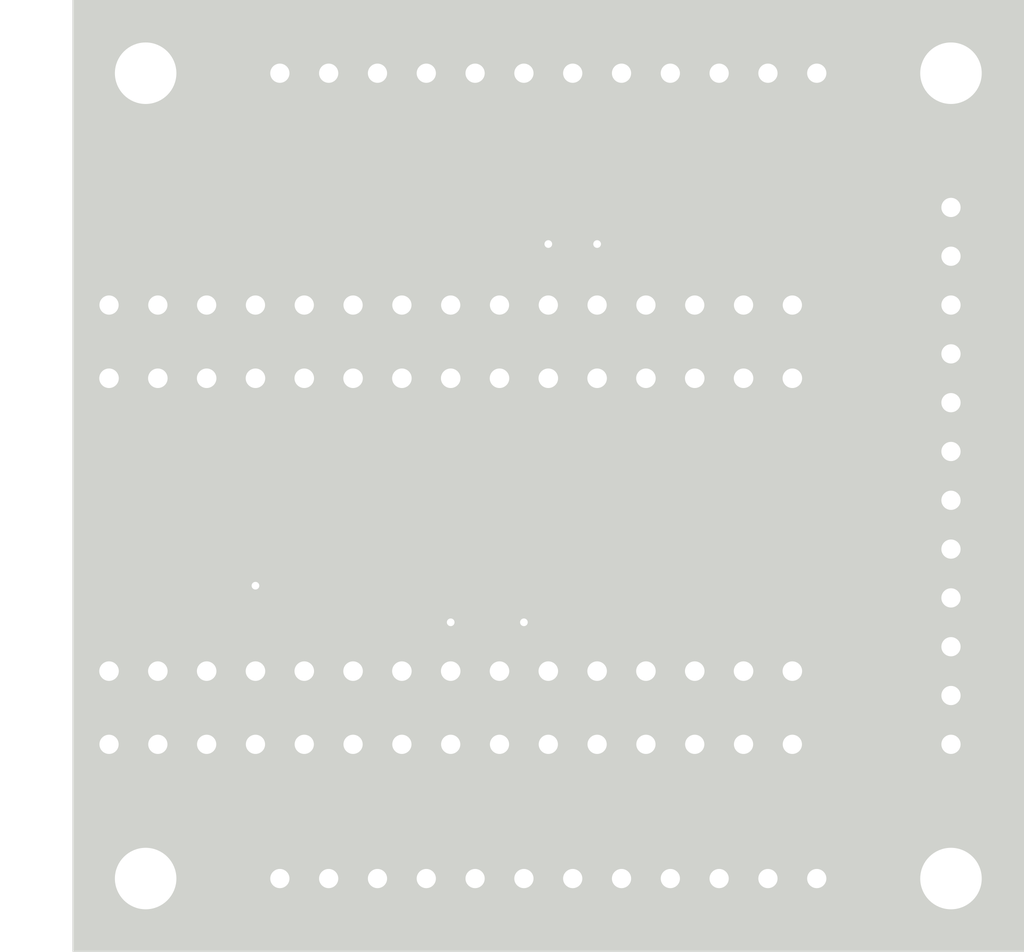
<source format=kicad_pcb>
(kicad_pcb (version 4) (host pcbnew 4.0.7+dfsg1-1~bpo9+1)

  (general
    (links 64)
    (no_connects 0)
    (area 104.626999 31.115 158.115001 80.645001)
    (thickness 1.6)
    (drawings 31)
    (tracks 159)
    (zones 0)
    (modules 10)
    (nets 30)
  )

  (page A4)
  (layers
    (0 F.Cu signal)
    (31 B.Cu signal)
    (32 B.Adhes user)
    (33 F.Adhes user)
    (34 B.Paste user)
    (35 F.Paste user)
    (36 B.SilkS user)
    (37 F.SilkS user)
    (38 B.Mask user)
    (39 F.Mask user)
    (40 Dwgs.User user)
    (41 Cmts.User user)
    (42 Eco1.User user)
    (43 Eco2.User user)
    (44 Edge.Cuts user)
    (45 Margin user)
    (46 B.CrtYd user)
    (47 F.CrtYd user)
    (48 B.Fab user hide)
    (49 F.Fab user)
  )

  (setup
    (last_trace_width 0.25)
    (user_trace_width 0.5)
    (user_trace_width 0.5)
    (trace_clearance 0.2)
    (zone_clearance 0.508)
    (zone_45_only no)
    (trace_min 0.2)
    (segment_width 0.2)
    (edge_width 0.1)
    (via_size 0.6)
    (via_drill 0.4)
    (via_min_size 0.4)
    (via_min_drill 0.3)
    (uvia_size 0.3)
    (uvia_drill 0.1)
    (uvias_allowed no)
    (uvia_min_size 0.2)
    (uvia_min_drill 0.1)
    (pcb_text_width 0.3)
    (pcb_text_size 1.5 1.5)
    (mod_edge_width 0.15)
    (mod_text_size 1 1)
    (mod_text_width 0.15)
    (pad_size 1.5 1.5)
    (pad_drill 0.6)
    (pad_to_mask_clearance 0)
    (aux_axis_origin 0 0)
    (visible_elements FFFEFF7F)
    (pcbplotparams
      (layerselection 0x00030_80000001)
      (usegerberextensions false)
      (excludeedgelayer true)
      (linewidth 0.100000)
      (plotframeref false)
      (viasonmask false)
      (mode 1)
      (useauxorigin false)
      (hpglpennumber 1)
      (hpglpenspeed 20)
      (hpglpendiameter 15)
      (hpglpenoverlay 2)
      (psnegative false)
      (psa4output false)
      (plotreference true)
      (plotvalue true)
      (plotinvisibletext false)
      (padsonsilk false)
      (subtractmaskfromsilk false)
      (outputformat 1)
      (mirror false)
      (drillshape 1)
      (scaleselection 1)
      (outputdirectory ""))
  )

  (net 0 "")
  (net 1 /A5)
  (net 2 /A4)
  (net 3 /VCC)
  (net 4 /VIN)
  (net 5 /GND)
  (net 6 /D13)
  (net 7 /D12)
  (net 8 /D11)
  (net 9 /D10)
  (net 10 /D1)
  (net 11 /D0)
  (net 12 /D2)
  (net 13 /D3)
  (net 14 /D4)
  (net 15 /D5)
  (net 16 /D6)
  (net 17 /D7)
  (net 18 /D8)
  (net 19 /D9)
  (net 20 /A0)
  (net 21 /A1)
  (net 22 /A2)
  (net 23 /A3)
  (net 24 /A7)
  (net 25 /A6)
  (net 26 /AREF)
  (net 27 /3V3)
  (net 28 /Reset1)
  (net 29 /Reset2)

  (net_class Default "This is the default net class."
    (clearance 0.2)
    (trace_width 0.25)
    (via_dia 0.6)
    (via_drill 0.4)
    (uvia_dia 0.3)
    (uvia_drill 0.1)
    (add_net /3V3)
    (add_net /A0)
    (add_net /A1)
    (add_net /A2)
    (add_net /A3)
    (add_net /A4)
    (add_net /A5)
    (add_net /A6)
    (add_net /A7)
    (add_net /AREF)
    (add_net /D0)
    (add_net /D1)
    (add_net /D10)
    (add_net /D11)
    (add_net /D12)
    (add_net /D13)
    (add_net /D2)
    (add_net /D3)
    (add_net /D4)
    (add_net /D5)
    (add_net /D6)
    (add_net /D7)
    (add_net /D8)
    (add_net /D9)
    (add_net /GND)
    (add_net /Reset1)
    (add_net /Reset2)
    (add_net /VCC)
    (add_net /VIN)
  )

  (module Socket_Strips:Socket_Strip_Straight_1x12_Pitch2.54mm (layer F.Cu) (tedit 5AE77EE6) (tstamp 5AC36A5F)
    (at 119.38 34.925 90)
    (descr "Through hole straight socket strip, 1x12, 2.54mm pitch, single row")
    (tags "Through hole socket strip THT 1x12 2.54mm single row")
    (path /5AC3A80A)
    (fp_text reference O1 (at 0 -2.33 90) (layer F.Fab)
      (effects (font (size 1 1) (thickness 0.15)))
    )
    (fp_text value SerialOutput (at 2.54 17.145 180) (layer F.Fab)
      (effects (font (size 1 1) (thickness 0.15)))
    )
    (fp_line (start -1.27 -1.27) (end -1.27 29.21) (layer F.Fab) (width 0.1))
    (fp_line (start -1.27 29.21) (end 1.27 29.21) (layer F.Fab) (width 0.1))
    (fp_line (start 1.27 29.21) (end 1.27 -1.27) (layer F.Fab) (width 0.1))
    (fp_line (start 1.27 -1.27) (end -1.27 -1.27) (layer F.Fab) (width 0.1))
    (fp_line (start -1.33 1.27) (end -1.33 29.27) (layer F.SilkS) (width 0.12))
    (fp_line (start -1.33 29.27) (end 1.33 29.27) (layer F.SilkS) (width 0.12))
    (fp_line (start 1.33 29.27) (end 1.33 1.27) (layer F.SilkS) (width 0.12))
    (fp_line (start 1.33 1.27) (end -1.33 1.27) (layer F.SilkS) (width 0.12))
    (fp_line (start -1.33 0) (end -1.33 -1.33) (layer F.SilkS) (width 0.12))
    (fp_line (start -1.33 -1.33) (end 0 -1.33) (layer F.SilkS) (width 0.12))
    (fp_line (start -1.8 -1.8) (end -1.8 29.75) (layer F.CrtYd) (width 0.05))
    (fp_line (start -1.8 29.75) (end 1.8 29.75) (layer F.CrtYd) (width 0.05))
    (fp_line (start 1.8 29.75) (end 1.8 -1.8) (layer F.CrtYd) (width 0.05))
    (fp_line (start 1.8 -1.8) (end -1.8 -1.8) (layer F.CrtYd) (width 0.05))
    (fp_text user %R (at 0 -2.33 90) (layer F.Fab) hide
      (effects (font (size 1 1) (thickness 0.15)))
    )
    (pad 1 thru_hole rect (at 0 0 90) (size 1.7 1.7) (drill 1) (layers *.Cu *.Mask)
      (net 4 /VIN))
    (pad 2 thru_hole oval (at 0 2.54 90) (size 1.7 1.7) (drill 1) (layers *.Cu *.Mask)
      (net 3 /VCC))
    (pad 3 thru_hole oval (at 0 5.08 90) (size 1.7 1.7) (drill 1) (layers *.Cu *.Mask)
      (net 5 /GND))
    (pad 4 thru_hole oval (at 0 7.62 90) (size 1.7 1.7) (drill 1) (layers *.Cu *.Mask))
    (pad 5 thru_hole oval (at 0 10.16 90) (size 1.7 1.7) (drill 1) (layers *.Cu *.Mask)
      (net 6 /D13))
    (pad 6 thru_hole oval (at 0 12.7 90) (size 1.7 1.7) (drill 1) (layers *.Cu *.Mask)
      (net 7 /D12))
    (pad 7 thru_hole oval (at 0 15.24 90) (size 1.7 1.7) (drill 1) (layers *.Cu *.Mask)
      (net 8 /D11))
    (pad 8 thru_hole oval (at 0 17.78 90) (size 1.7 1.7) (drill 1) (layers *.Cu *.Mask)
      (net 9 /D10))
    (pad 9 thru_hole oval (at 0 20.32 90) (size 1.7 1.7) (drill 1) (layers *.Cu *.Mask)
      (net 2 /A4))
    (pad 10 thru_hole oval (at 0 22.86 90) (size 1.7 1.7) (drill 1) (layers *.Cu *.Mask)
      (net 1 /A5))
    (pad 11 thru_hole oval (at 0 25.4 90) (size 1.7 1.7) (drill 1) (layers *.Cu *.Mask)
      (net 10 /D1))
    (pad 12 thru_hole oval (at 0 27.94 90) (size 1.7 1.7) (drill 1) (layers *.Cu *.Mask)
      (net 11 /D0))
    (model ${KISYS3DMOD}/Socket_Strips.3dshapes/Socket_Strip_Straight_1x12_Pitch2.54mm.wrl
      (at (xyz 0 -0.55 0))
      (scale (xyz 1 1 1))
      (rotate (xyz 0 0 270))
    )
  )

  (module Socket_Strips:Socket_Strip_Straight_1x12_Pitch2.54mm (layer F.Cu) (tedit 5AE77EFD) (tstamp 5ACB7725)
    (at 154.305 41.91)
    (descr "Through hole straight socket strip, 1x12, 2.54mm pitch, single row")
    (tags "Through hole socket strip THT 1x12 2.54mm single row")
    (path /5AC3A751)
    (fp_text reference O2 (at 0 -2.33) (layer F.Fab)
      (effects (font (size 1 1) (thickness 0.15)))
    )
    (fp_text value Output (at 0 30.27) (layer F.Fab)
      (effects (font (size 1 1) (thickness 0.15)))
    )
    (fp_line (start -1.27 -1.27) (end -1.27 29.21) (layer F.Fab) (width 0.1))
    (fp_line (start -1.27 29.21) (end 1.27 29.21) (layer F.Fab) (width 0.1))
    (fp_line (start 1.27 29.21) (end 1.27 -1.27) (layer F.Fab) (width 0.1))
    (fp_line (start 1.27 -1.27) (end -1.27 -1.27) (layer F.Fab) (width 0.1))
    (fp_line (start -1.33 1.27) (end -1.33 29.27) (layer F.SilkS) (width 0.12))
    (fp_line (start -1.33 29.27) (end 1.33 29.27) (layer F.SilkS) (width 0.12))
    (fp_line (start 1.33 29.27) (end 1.33 1.27) (layer F.SilkS) (width 0.12))
    (fp_line (start 1.33 1.27) (end -1.33 1.27) (layer F.SilkS) (width 0.12))
    (fp_line (start -1.33 0) (end -1.33 -1.33) (layer F.SilkS) (width 0.12))
    (fp_line (start -1.33 -1.33) (end 0 -1.33) (layer F.SilkS) (width 0.12))
    (fp_line (start -1.8 -1.8) (end -1.8 29.75) (layer F.CrtYd) (width 0.05))
    (fp_line (start -1.8 29.75) (end 1.8 29.75) (layer F.CrtYd) (width 0.05))
    (fp_line (start 1.8 29.75) (end 1.8 -1.8) (layer F.CrtYd) (width 0.05))
    (fp_line (start 1.8 -1.8) (end -1.8 -1.8) (layer F.CrtYd) (width 0.05))
    (fp_text user %R (at 0 -2.33) (layer F.Fab) hide
      (effects (font (size 1 1) (thickness 0.15)))
    )
    (pad 1 thru_hole rect (at 0 0) (size 1.7 1.7) (drill 1) (layers *.Cu *.Mask)
      (net 4 /VIN))
    (pad 2 thru_hole oval (at 0 2.54) (size 1.7 1.7) (drill 1) (layers *.Cu *.Mask)
      (net 3 /VCC))
    (pad 3 thru_hole oval (at 0 5.08) (size 1.7 1.7) (drill 1) (layers *.Cu *.Mask)
      (net 5 /GND))
    (pad 4 thru_hole oval (at 0 7.62) (size 1.7 1.7) (drill 1) (layers *.Cu *.Mask))
    (pad 5 thru_hole oval (at 0 10.16) (size 1.7 1.7) (drill 1) (layers *.Cu *.Mask)
      (net 12 /D2))
    (pad 6 thru_hole oval (at 0 12.7) (size 1.7 1.7) (drill 1) (layers *.Cu *.Mask)
      (net 13 /D3))
    (pad 7 thru_hole oval (at 0 15.24) (size 1.7 1.7) (drill 1) (layers *.Cu *.Mask)
      (net 14 /D4))
    (pad 8 thru_hole oval (at 0 17.78) (size 1.7 1.7) (drill 1) (layers *.Cu *.Mask)
      (net 15 /D5))
    (pad 9 thru_hole oval (at 0 20.32) (size 1.7 1.7) (drill 1) (layers *.Cu *.Mask)
      (net 16 /D6))
    (pad 10 thru_hole oval (at 0 22.86) (size 1.7 1.7) (drill 1) (layers *.Cu *.Mask)
      (net 17 /D7))
    (pad 11 thru_hole oval (at 0 25.4) (size 1.7 1.7) (drill 1) (layers *.Cu *.Mask)
      (net 18 /D8))
    (pad 12 thru_hole oval (at 0 27.94) (size 1.7 1.7) (drill 1) (layers *.Cu *.Mask)
      (net 19 /D9))
    (model ${KISYS3DMOD}/Socket_Strips.3dshapes/Socket_Strip_Straight_1x12_Pitch2.54mm.wrl
      (at (xyz 0 -0.55 0))
      (scale (xyz 1 1 1))
      (rotate (xyz 0 0 270))
    )
  )

  (module Socket_Strips:Socket_Strip_Straight_1x12_Pitch2.54mm (layer F.Cu) (tedit 5AE77EF3) (tstamp 5ACB7743)
    (at 147.32 76.835 270)
    (descr "Through hole straight socket strip, 1x12, 2.54mm pitch, single row")
    (tags "Through hole socket strip THT 1x12 2.54mm single row")
    (path /5AC3A8AB)
    (fp_text reference O3 (at 0 -2.33 270) (layer F.Fab)
      (effects (font (size 1 1) (thickness 0.15)))
    )
    (fp_text value Output (at 0 30.27 270) (layer F.Fab)
      (effects (font (size 1 1) (thickness 0.15)))
    )
    (fp_line (start -1.27 -1.27) (end -1.27 29.21) (layer F.Fab) (width 0.1))
    (fp_line (start -1.27 29.21) (end 1.27 29.21) (layer F.Fab) (width 0.1))
    (fp_line (start 1.27 29.21) (end 1.27 -1.27) (layer F.Fab) (width 0.1))
    (fp_line (start 1.27 -1.27) (end -1.27 -1.27) (layer F.Fab) (width 0.1))
    (fp_line (start -1.33 1.27) (end -1.33 29.27) (layer F.SilkS) (width 0.12))
    (fp_line (start -1.33 29.27) (end 1.33 29.27) (layer F.SilkS) (width 0.12))
    (fp_line (start 1.33 29.27) (end 1.33 1.27) (layer F.SilkS) (width 0.12))
    (fp_line (start 1.33 1.27) (end -1.33 1.27) (layer F.SilkS) (width 0.12))
    (fp_line (start -1.33 0) (end -1.33 -1.33) (layer F.SilkS) (width 0.12))
    (fp_line (start -1.33 -1.33) (end 0 -1.33) (layer F.SilkS) (width 0.12))
    (fp_line (start -1.8 -1.8) (end -1.8 29.75) (layer F.CrtYd) (width 0.05))
    (fp_line (start -1.8 29.75) (end 1.8 29.75) (layer F.CrtYd) (width 0.05))
    (fp_line (start 1.8 29.75) (end 1.8 -1.8) (layer F.CrtYd) (width 0.05))
    (fp_line (start 1.8 -1.8) (end -1.8 -1.8) (layer F.CrtYd) (width 0.05))
    (fp_text user %R (at 0 -2.33 270) (layer F.Fab) hide
      (effects (font (size 1 1) (thickness 0.15)))
    )
    (pad 1 thru_hole rect (at 0 0 270) (size 1.7 1.7) (drill 1) (layers *.Cu *.Mask)
      (net 4 /VIN))
    (pad 2 thru_hole oval (at 0 2.54 270) (size 1.7 1.7) (drill 1) (layers *.Cu *.Mask)
      (net 3 /VCC))
    (pad 3 thru_hole oval (at 0 5.08 270) (size 1.7 1.7) (drill 1) (layers *.Cu *.Mask)
      (net 5 /GND))
    (pad 4 thru_hole oval (at 0 7.62 270) (size 1.7 1.7) (drill 1) (layers *.Cu *.Mask))
    (pad 5 thru_hole oval (at 0 10.16 270) (size 1.7 1.7) (drill 1) (layers *.Cu *.Mask)
      (net 24 /A7))
    (pad 6 thru_hole oval (at 0 12.7 270) (size 1.7 1.7) (drill 1) (layers *.Cu *.Mask)
      (net 25 /A6))
    (pad 7 thru_hole oval (at 0 15.24 270) (size 1.7 1.7) (drill 1) (layers *.Cu *.Mask)
      (net 1 /A5))
    (pad 8 thru_hole oval (at 0 17.78 270) (size 1.7 1.7) (drill 1) (layers *.Cu *.Mask)
      (net 2 /A4))
    (pad 9 thru_hole oval (at 0 20.32 270) (size 1.7 1.7) (drill 1) (layers *.Cu *.Mask)
      (net 23 /A3))
    (pad 10 thru_hole oval (at 0 22.86 270) (size 1.7 1.7) (drill 1) (layers *.Cu *.Mask)
      (net 22 /A2))
    (pad 11 thru_hole oval (at 0 25.4 270) (size 1.7 1.7) (drill 1) (layers *.Cu *.Mask)
      (net 21 /A1))
    (pad 12 thru_hole oval (at 0 27.94 270) (size 1.7 1.7) (drill 1) (layers *.Cu *.Mask)
      (net 20 /A0))
    (model ${KISYS3DMOD}/Socket_Strips.3dshapes/Socket_Strip_Straight_1x12_Pitch2.54mm.wrl
      (at (xyz 0 -0.55 0))
      (scale (xyz 1 1 1))
      (rotate (xyz 0 0 270))
    )
  )

  (module Mounting_Holes:MountingHole_3.2mm_M3 (layer F.Cu) (tedit 5AE88C50) (tstamp 5AD37429)
    (at 154.305 34.925)
    (descr "Mounting Hole 3.2mm, no annular, M3")
    (tags "mounting hole 3.2mm no annular m3")
    (fp_text reference X (at 0 0) (layer F.Fab)
      (effects (font (size 1 1) (thickness 0.15)))
    )
    (fp_text value M3 (at 0 2.54) (layer F.Fab)
      (effects (font (size 1 1) (thickness 0.15)))
    )
    (fp_circle (center 0 0) (end 3.2 0) (layer Cmts.User) (width 0.15))
    (fp_circle (center 0 0) (end 3.45 0) (layer F.CrtYd) (width 0.05))
    (pad 1 np_thru_hole circle (at 0 0) (size 3.2 3.2) (drill 3.2) (layers *.Cu *.Mask))
  )

  (module Mounting_Holes:MountingHole_3.2mm_M3 (layer F.Cu) (tedit 5AC36F82) (tstamp 5AD3745B)
    (at 154.305 76.835)
    (descr "Mounting Hole 3.2mm, no annular, M3")
    (tags "mounting hole 3.2mm no annular m3")
    (fp_text reference "" (at 0 -4.2) (layer F.Fab)
      (effects (font (size 1 1) (thickness 0.15)))
    )
    (fp_text value M3 (at 0 -2.54) (layer F.Fab)
      (effects (font (size 1 1) (thickness 0.15)))
    )
    (fp_circle (center 0 0) (end 3.2 0) (layer Cmts.User) (width 0.15))
    (fp_circle (center 0 0) (end 3.45 0) (layer F.CrtYd) (width 0.05))
    (pad 1 np_thru_hole circle (at 0 0) (size 3.2 3.2) (drill 3.2) (layers *.Cu *.Mask))
  )

  (module Mounting_Holes:MountingHole_3.2mm_M3 (layer F.Cu) (tedit 5AC36FB5) (tstamp 5AD37483)
    (at 112.395 76.835)
    (descr "Mounting Hole 3.2mm, no annular, M3")
    (tags "mounting hole 3.2mm no annular m3")
    (fp_text reference "" (at 0 -4.2) (layer F.Fab)
      (effects (font (size 1 1) (thickness 0.15)))
    )
    (fp_text value M3 (at 0 -2.54) (layer F.Fab)
      (effects (font (size 1 1) (thickness 0.15)))
    )
    (fp_circle (center 0 0) (end 3.2 0) (layer Cmts.User) (width 0.15))
    (fp_circle (center 0 0) (end 3.45 0) (layer F.CrtYd) (width 0.05))
    (pad 1 np_thru_hole circle (at 0 0) (size 3.2 3.2) (drill 3.2) (layers *.Cu *.Mask))
  )

  (module Mounting_Holes:MountingHole_3.2mm_M3 (layer F.Cu) (tedit 5AE88C5A) (tstamp 5AD374E5)
    (at 112.395 34.925)
    (descr "Mounting Hole 3.2mm, no annular, M3")
    (tags "mounting hole 3.2mm no annular m3")
    (fp_text reference X (at 0 0) (layer F.Fab)
      (effects (font (size 1 1) (thickness 0.15)))
    )
    (fp_text value M3 (at 0 2.54) (layer F.Fab)
      (effects (font (size 1 1) (thickness 0.15)))
    )
    (fp_circle (center 0 0) (end 3.2 0) (layer Cmts.User) (width 0.15))
    (fp_circle (center 0 0) (end 3.45 0) (layer F.CrtYd) (width 0.05))
    (pad 1 np_thru_hole circle (at 0 0) (size 3.2 3.2) (drill 3.2) (layers *.Cu *.Mask))
  )

  (module Arduino:Arduino_Nano (layer F.Cu) (tedit 5A860395) (tstamp 5AE7823E)
    (at 106.68 58.42 270)
    (descr https://store.arduino.cc/arduino-nano)
    (path /5AE77E1E)
    (fp_text reference XA1 (at 6.604 1.016 270) (layer F.Fab)
      (effects (font (size 1 1) (thickness 0.15)))
    )
    (fp_text value Arduino_Nano_Socket (at 0 -21.082 360) (layer F.Fab)
      (effects (font (size 1 1) (thickness 0.15)))
    )
    (fp_text user USB (at 0 0.635 270) (layer F.Fab)
      (effects (font (size 0.5 0.5) (thickness 0.075)))
    )
    (fp_text user 3.3V (at 6.35 -6.35 360) (layer F.Fab)
      (effects (font (size 0.5 0.5) (thickness 0.075)))
    )
    (fp_text user ICSP (at 0 -40.64 270) (layer F.Fab)
      (effects (font (size 1 1) (thickness 0.15)))
    )
    (fp_circle (center 0 -39.37) (end 0.508 -39.37) (layer F.Fab) (width 0.15))
    (fp_circle (center 2.54 -39.37) (end 3.048 -39.37) (layer F.Fab) (width 0.15))
    (fp_circle (center 2.54 -41.91) (end 3.048 -41.91) (layer F.Fab) (width 0.15))
    (fp_circle (center -2.54 -39.37) (end -2.032 -39.37) (layer F.Fab) (width 0.15))
    (fp_circle (center 0 -41.91) (end 0.508 -41.91) (layer F.Fab) (width 0.15))
    (fp_circle (center -2.54 -41.91) (end -2.032 -41.91) (layer F.Fab) (width 0.15))
    (fp_line (start -3.302 1.778) (end -9.144 1.778) (layer F.CrtYd) (width 0.15))
    (fp_line (start -9.144 1.778) (end -9.144 -22.606) (layer F.CrtYd) (width 0.15))
    (fp_line (start -9.144 -22.606) (end -9.144 -43.434) (layer F.CrtYd) (width 0.15))
    (fp_line (start -9.144 -43.434) (end 9.144 -43.434) (layer F.CrtYd) (width 0.15))
    (fp_line (start 9.144 -43.434) (end 9.144 1.778) (layer F.CrtYd) (width 0.15))
    (fp_line (start 9.144 1.778) (end -3.302 1.778) (layer F.CrtYd) (width 0.15))
    (fp_line (start -4.064 0) (end -4.064 1.45) (layer F.Fab) (width 0.15))
    (fp_line (start -4.064 1.45) (end 4.064 1.45) (layer F.Fab) (width 0.15))
    (fp_line (start 4.064 1.45) (end 4.064 0) (layer F.Fab) (width 0.15))
    (fp_line (start -8.89 -43.18) (end 8.89 -43.18) (layer F.Fab) (width 0.15))
    (fp_line (start -8.89 0) (end 8.89 0) (layer F.Fab) (width 0.15))
    (fp_line (start 8.89 -43.18) (end 8.89 0) (layer F.Fab) (width 0.15))
    (fp_line (start -8.89 -43.18) (end -8.89 0) (layer F.Fab) (width 0.15))
    (pad VIN thru_hole circle (at 7.62 -39.37 270) (size 1.7272 1.7272) (drill 1.016) (layers *.Cu *.Mask)
      (net 4 /VIN))
    (pad GND2 thru_hole circle (at 7.62 -36.83 270) (size 1.7272 1.7272) (drill 1.016) (layers *.Cu *.Mask)
      (net 5 /GND))
    (pad RST2 thru_hole circle (at 7.62 -34.29 270) (size 1.7272 1.7272) (drill 1.016) (layers *.Cu *.Mask)
      (net 29 /Reset2))
    (pad 5V thru_hole circle (at 7.62 -31.75 270) (size 1.7272 1.7272) (drill 1.016) (layers *.Cu *.Mask)
      (net 3 /VCC))
    (pad A7 thru_hole circle (at 7.62 -29.21 270) (size 1.7272 1.7272) (drill 1.016) (layers *.Cu *.Mask)
      (net 24 /A7))
    (pad A6 thru_hole circle (at 7.62 -26.67 270) (size 1.7272 1.7272) (drill 1.016) (layers *.Cu *.Mask)
      (net 25 /A6))
    (pad A5 thru_hole circle (at 7.62 -24.13 270) (size 1.7272 1.7272) (drill 1.016) (layers *.Cu *.Mask)
      (net 1 /A5))
    (pad A4 thru_hole circle (at 7.62 -21.59 270) (size 1.7272 1.7272) (drill 1.016) (layers *.Cu *.Mask)
      (net 2 /A4))
    (pad A3 thru_hole circle (at 7.62 -19.05 270) (size 1.7272 1.7272) (drill 1.016) (layers *.Cu *.Mask)
      (net 23 /A3))
    (pad A2 thru_hole circle (at 7.62 -16.51 270) (size 1.7272 1.7272) (drill 1.016) (layers *.Cu *.Mask)
      (net 22 /A2))
    (pad A1 thru_hole circle (at 7.62 -13.97 270) (size 1.7272 1.7272) (drill 1.016) (layers *.Cu *.Mask)
      (net 21 /A1))
    (pad A0 thru_hole circle (at 7.62 -11.43 270) (size 1.7272 1.7272) (drill 1.016) (layers *.Cu *.Mask)
      (net 20 /A0))
    (pad AREF thru_hole circle (at 7.62 -8.89 270) (size 1.7272 1.7272) (drill 1.016) (layers *.Cu *.Mask)
      (net 26 /AREF))
    (pad 3V3 thru_hole circle (at 7.62 -6.35 270) (size 1.7272 1.7272) (drill 1.016) (layers *.Cu *.Mask)
      (net 27 /3V3))
    (pad D13 thru_hole circle (at 7.62 -3.81 270) (size 1.7272 1.7272) (drill 1.016) (layers *.Cu *.Mask)
      (net 6 /D13))
    (pad D12 thru_hole circle (at -7.62 -3.81 270) (size 1.7272 1.7272) (drill 1.016) (layers *.Cu *.Mask)
      (net 7 /D12))
    (pad D11 thru_hole circle (at -7.62 -6.35 270) (size 1.7272 1.7272) (drill 1.016) (layers *.Cu *.Mask)
      (net 8 /D11))
    (pad D10 thru_hole circle (at -7.62 -8.89 270) (size 1.7272 1.7272) (drill 1.016) (layers *.Cu *.Mask)
      (net 9 /D10))
    (pad D9 thru_hole circle (at -7.62 -11.43 270) (size 1.7272 1.7272) (drill 1.016) (layers *.Cu *.Mask)
      (net 19 /D9))
    (pad D8 thru_hole circle (at -7.62 -13.97 270) (size 1.7272 1.7272) (drill 1.016) (layers *.Cu *.Mask)
      (net 18 /D8))
    (pad D7 thru_hole circle (at -7.62 -16.51 270) (size 1.7272 1.7272) (drill 1.016) (layers *.Cu *.Mask)
      (net 17 /D7))
    (pad D6 thru_hole circle (at -7.62 -19.05 270) (size 1.7272 1.7272) (drill 1.016) (layers *.Cu *.Mask)
      (net 16 /D6))
    (pad D5 thru_hole circle (at -7.62 -21.59 270) (size 1.7272 1.7272) (drill 1.016) (layers *.Cu *.Mask)
      (net 15 /D5))
    (pad D4 thru_hole circle (at -7.62 -24.13 270) (size 1.7272 1.7272) (drill 1.016) (layers *.Cu *.Mask)
      (net 14 /D4))
    (pad D3 thru_hole circle (at -7.62 -26.67 270) (size 1.7272 1.7272) (drill 1.016) (layers *.Cu *.Mask)
      (net 13 /D3))
    (pad D2 thru_hole circle (at -7.62 -29.21 270) (size 1.7272 1.7272) (drill 1.016) (layers *.Cu *.Mask)
      (net 12 /D2))
    (pad GND1 thru_hole circle (at -7.62 -31.75 270) (size 1.7272 1.7272) (drill 1.016) (layers *.Cu *.Mask)
      (net 5 /GND))
    (pad RST1 thru_hole circle (at -7.62 -34.29 270) (size 1.7272 1.7272) (drill 1.016) (layers *.Cu *.Mask)
      (net 28 /Reset1))
    (pad D0 thru_hole circle (at -7.62 -36.83 270) (size 1.7272 1.7272) (drill 1.016) (layers *.Cu *.Mask)
      (net 11 /D0))
    (pad D1 thru_hole rect (at -7.62 -39.37 270) (size 1.7272 1.7272) (drill 1.016) (layers *.Cu *.Mask)
      (net 10 /D1))
  )

  (module Pin_Headers:Pin_Header_Straight_1x15_Pitch2.54mm (layer F.Cu) (tedit 5AE975C4) (tstamp 5AE973D1)
    (at 146.05 46.99 270)
    (descr "Through hole straight pin header, 1x15, 2.54mm pitch, single row")
    (tags "Through hole pin header THT 1x15 2.54mm single row")
    (path /5AE971FE)
    (fp_text reference J3 (at 0 -2.33 270) (layer F.Fab)
      (effects (font (size 1 1) (thickness 0.15)))
    )
    (fp_text value Header1 (at 0 37.89 270) (layer F.Fab)
      (effects (font (size 1 1) (thickness 0.15)))
    )
    (fp_line (start -0.635 -1.27) (end 1.27 -1.27) (layer F.Fab) (width 0.1))
    (fp_line (start 1.27 -1.27) (end 1.27 36.83) (layer F.Fab) (width 0.1))
    (fp_line (start 1.27 36.83) (end -1.27 36.83) (layer F.Fab) (width 0.1))
    (fp_line (start -1.27 36.83) (end -1.27 -0.635) (layer F.Fab) (width 0.1))
    (fp_line (start -1.27 -0.635) (end -0.635 -1.27) (layer F.Fab) (width 0.1))
    (fp_line (start -1.33 36.89) (end 1.33 36.89) (layer F.SilkS) (width 0.12))
    (fp_line (start -1.33 1.27) (end -1.33 36.89) (layer F.SilkS) (width 0.12))
    (fp_line (start 1.33 1.27) (end 1.33 36.89) (layer F.SilkS) (width 0.12))
    (fp_line (start -1.33 1.27) (end 1.33 1.27) (layer F.SilkS) (width 0.12))
    (fp_line (start -1.33 0) (end -1.33 -1.33) (layer F.SilkS) (width 0.12))
    (fp_line (start -1.33 -1.33) (end 0 -1.33) (layer F.SilkS) (width 0.12))
    (fp_line (start -1.8 -1.8) (end -1.8 37.35) (layer F.CrtYd) (width 0.05))
    (fp_line (start -1.8 37.35) (end 1.8 37.35) (layer F.CrtYd) (width 0.05))
    (fp_line (start 1.8 37.35) (end 1.8 -1.8) (layer F.CrtYd) (width 0.05))
    (fp_line (start 1.8 -1.8) (end -1.8 -1.8) (layer F.CrtYd) (width 0.05))
    (fp_text user %R (at 0 17.78 360) (layer F.Fab)
      (effects (font (size 1 1) (thickness 0.15)))
    )
    (pad 1 thru_hole rect (at 0 0 270) (size 1.7 1.7) (drill 1) (layers *.Cu *.Mask)
      (net 10 /D1))
    (pad 2 thru_hole oval (at 0 2.54 270) (size 1.7 1.7) (drill 1) (layers *.Cu *.Mask)
      (net 11 /D0))
    (pad 3 thru_hole oval (at 0 5.08 270) (size 1.7 1.7) (drill 1) (layers *.Cu *.Mask)
      (net 28 /Reset1))
    (pad 4 thru_hole oval (at 0 7.62 270) (size 1.7 1.7) (drill 1) (layers *.Cu *.Mask)
      (net 5 /GND))
    (pad 5 thru_hole oval (at 0 10.16 270) (size 1.7 1.7) (drill 1) (layers *.Cu *.Mask)
      (net 12 /D2))
    (pad 6 thru_hole oval (at 0 12.7 270) (size 1.7 1.7) (drill 1) (layers *.Cu *.Mask)
      (net 13 /D3))
    (pad 7 thru_hole oval (at 0 15.24 270) (size 1.7 1.7) (drill 1) (layers *.Cu *.Mask)
      (net 14 /D4))
    (pad 8 thru_hole oval (at 0 17.78 270) (size 1.7 1.7) (drill 1) (layers *.Cu *.Mask)
      (net 15 /D5))
    (pad 9 thru_hole oval (at 0 20.32 270) (size 1.7 1.7) (drill 1) (layers *.Cu *.Mask)
      (net 16 /D6))
    (pad 10 thru_hole oval (at 0 22.86 270) (size 1.7 1.7) (drill 1) (layers *.Cu *.Mask)
      (net 17 /D7))
    (pad 11 thru_hole oval (at 0 25.4 270) (size 1.7 1.7) (drill 1) (layers *.Cu *.Mask)
      (net 18 /D8))
    (pad 12 thru_hole oval (at 0 27.94 270) (size 1.7 1.7) (drill 1) (layers *.Cu *.Mask)
      (net 19 /D9))
    (pad 13 thru_hole oval (at 0 30.48 270) (size 1.7 1.7) (drill 1) (layers *.Cu *.Mask)
      (net 9 /D10))
    (pad 14 thru_hole oval (at 0 33.02 270) (size 1.7 1.7) (drill 1) (layers *.Cu *.Mask)
      (net 8 /D11))
    (pad 15 thru_hole oval (at 0 35.56 270) (size 1.7 1.7) (drill 1) (layers *.Cu *.Mask)
      (net 7 /D12))
    (model ${KISYS3DMOD}/Pin_Headers.3dshapes/Pin_Header_Straight_1x15_Pitch2.54mm.wrl
      (at (xyz 0 0 0))
      (scale (xyz 1 1 1))
      (rotate (xyz 0 0 0))
    )
  )

  (module Pin_Headers:Pin_Header_Straight_1x15_Pitch2.54mm (layer F.Cu) (tedit 5AE975CA) (tstamp 5AE974A7)
    (at 146.05 69.85 270)
    (descr "Through hole straight pin header, 1x15, 2.54mm pitch, single row")
    (tags "Through hole pin header THT 1x15 2.54mm single row")
    (path /5AE97778)
    (fp_text reference J2 (at 0 -2.33 270) (layer F.Fab)
      (effects (font (size 1 1) (thickness 0.15)))
    )
    (fp_text value Header2 (at 0 37.89 270) (layer F.Fab)
      (effects (font (size 1 1) (thickness 0.15)))
    )
    (fp_line (start -0.635 -1.27) (end 1.27 -1.27) (layer F.Fab) (width 0.1))
    (fp_line (start 1.27 -1.27) (end 1.27 36.83) (layer F.Fab) (width 0.1))
    (fp_line (start 1.27 36.83) (end -1.27 36.83) (layer F.Fab) (width 0.1))
    (fp_line (start -1.27 36.83) (end -1.27 -0.635) (layer F.Fab) (width 0.1))
    (fp_line (start -1.27 -0.635) (end -0.635 -1.27) (layer F.Fab) (width 0.1))
    (fp_line (start -1.33 36.89) (end 1.33 36.89) (layer F.SilkS) (width 0.12))
    (fp_line (start -1.33 1.27) (end -1.33 36.89) (layer F.SilkS) (width 0.12))
    (fp_line (start 1.33 1.27) (end 1.33 36.89) (layer F.SilkS) (width 0.12))
    (fp_line (start -1.33 1.27) (end 1.33 1.27) (layer F.SilkS) (width 0.12))
    (fp_line (start -1.33 0) (end -1.33 -1.33) (layer F.SilkS) (width 0.12))
    (fp_line (start -1.33 -1.33) (end 0 -1.33) (layer F.SilkS) (width 0.12))
    (fp_line (start -1.8 -1.8) (end -1.8 37.35) (layer F.CrtYd) (width 0.05))
    (fp_line (start -1.8 37.35) (end 1.8 37.35) (layer F.CrtYd) (width 0.05))
    (fp_line (start 1.8 37.35) (end 1.8 -1.8) (layer F.CrtYd) (width 0.05))
    (fp_line (start 1.8 -1.8) (end -1.8 -1.8) (layer F.CrtYd) (width 0.05))
    (fp_text user %R (at 0 17.78 360) (layer F.Fab)
      (effects (font (size 1 1) (thickness 0.15)))
    )
    (pad 1 thru_hole rect (at 0 0 270) (size 1.7 1.7) (drill 1) (layers *.Cu *.Mask)
      (net 4 /VIN))
    (pad 2 thru_hole oval (at 0 2.54 270) (size 1.7 1.7) (drill 1) (layers *.Cu *.Mask)
      (net 5 /GND))
    (pad 3 thru_hole oval (at 0 5.08 270) (size 1.7 1.7) (drill 1) (layers *.Cu *.Mask)
      (net 29 /Reset2))
    (pad 4 thru_hole oval (at 0 7.62 270) (size 1.7 1.7) (drill 1) (layers *.Cu *.Mask)
      (net 3 /VCC))
    (pad 5 thru_hole oval (at 0 10.16 270) (size 1.7 1.7) (drill 1) (layers *.Cu *.Mask)
      (net 24 /A7))
    (pad 6 thru_hole oval (at 0 12.7 270) (size 1.7 1.7) (drill 1) (layers *.Cu *.Mask)
      (net 25 /A6))
    (pad 7 thru_hole oval (at 0 15.24 270) (size 1.7 1.7) (drill 1) (layers *.Cu *.Mask)
      (net 1 /A5))
    (pad 8 thru_hole oval (at 0 17.78 270) (size 1.7 1.7) (drill 1) (layers *.Cu *.Mask)
      (net 2 /A4))
    (pad 9 thru_hole oval (at 0 20.32 270) (size 1.7 1.7) (drill 1) (layers *.Cu *.Mask)
      (net 23 /A3))
    (pad 10 thru_hole oval (at 0 22.86 270) (size 1.7 1.7) (drill 1) (layers *.Cu *.Mask)
      (net 22 /A2))
    (pad 11 thru_hole oval (at 0 25.4 270) (size 1.7 1.7) (drill 1) (layers *.Cu *.Mask)
      (net 21 /A1))
    (pad 12 thru_hole oval (at 0 27.94 270) (size 1.7 1.7) (drill 1) (layers *.Cu *.Mask)
      (net 20 /A0))
    (pad 13 thru_hole oval (at 0 30.48 270) (size 1.7 1.7) (drill 1) (layers *.Cu *.Mask)
      (net 26 /AREF))
    (pad 14 thru_hole oval (at 0 33.02 270) (size 1.7 1.7) (drill 1) (layers *.Cu *.Mask)
      (net 27 /3V3))
    (pad 15 thru_hole oval (at 0 35.56 270) (size 1.7 1.7) (drill 1) (layers *.Cu *.Mask)
      (net 6 /D13))
    (model ${KISYS3DMOD}/Pin_Headers.3dshapes/Pin_Header_Straight_1x15_Pitch2.54mm.wrl
      (at (xyz 0 0 0))
      (scale (xyz 1 1 1))
      (rotate (xyz 0 0 0))
    )
  )

  (gr_text S (at 129.54 71.755) (layer F.SilkS)
    (effects (font (size 1 1) (thickness 0.2)))
  )
  (gr_text S (at 132.08 71.755) (layer F.SilkS)
    (effects (font (size 1 1) (thickness 0.2)))
  )
  (gr_text "Arduino Nano v1.0\nnickthecoder.co.uk" (at 129.54 58.42) (layer F.SilkS)
    (effects (font (size 1.5 1.5) (thickness 0.3)))
  )
  (gr_text USB (at 111.76 58.42 90) (layer F.SilkS)
    (effects (font (size 1.5 1.5) (thickness 0.3)))
  )
  (gr_text A7 (at 137.16 73.66) (layer F.SilkS)
    (effects (font (size 1 1) (thickness 0.2)))
  )
  (gr_text A6 (at 134.62 73.66) (layer F.SilkS)
    (effects (font (size 1 1) (thickness 0.2)))
  )
  (gr_text ANALOG (at 144.145 73.66) (layer F.SilkS)
    (effects (font (size 1.5 1.5) (thickness 0.3)))
  )
  (gr_text "MISO (D12)" (at 132.08 37.465 270) (layer F.SilkS)
    (effects (font (size 1 0.9) (thickness 0.2)) (justify left))
  )
  (gr_text A0 (at 119.38 73.66) (layer F.SilkS)
    (effects (font (size 1 1) (thickness 0.2)))
  )
  (gr_text A1 (at 121.92 73.66) (layer F.SilkS)
    (effects (font (size 1 1) (thickness 0.2)))
  )
  (gr_text A5 (at 132.08 73.66) (layer F.SilkS)
    (effects (font (size 1 1) (thickness 0.2)))
  )
  (gr_text A4 (at 129.54 73.66) (layer F.SilkS)
    (effects (font (size 1 1) (thickness 0.2)))
  )
  (gr_text A3 (at 127 73.66) (layer F.SilkS)
    (effects (font (size 1 1) (thickness 0.2)))
  )
  (gr_text A2 (at 124.46 73.66) (layer F.SilkS)
    (effects (font (size 1 1) (thickness 0.2)))
  )
  (gr_text "SCK (D13)" (at 129.54 37.465 270) (layer F.SilkS)
    (effects (font (size 1 1) (thickness 0.2)) (justify left))
  )
  (gr_text "RXD (D0)" (at 147.32 37.465 270) (layer F.SilkS)
    (effects (font (size 1 1) (thickness 0.2)) (justify left))
  )
  (gr_text "SCL (A5)" (at 142.24 37.465 270) (layer F.SilkS)
    (effects (font (size 1 1) (thickness 0.2)) (justify left))
  )
  (gr_text "SDA (A4)" (at 139.7 37.465 270) (layer F.SilkS)
    (effects (font (size 1 1) (thickness 0.2)) (justify left))
  )
  (gr_text "TXD (D1)" (at 144.78 37.465 270) (layer F.SilkS)
    (effects (font (size 1 1) (thickness 0.2)) (justify left))
  )
  (gr_text D10 (at 137.16 37.465 270) (layer F.SilkS)
    (effects (font (size 1 1) (thickness 0.2)) (justify left))
  )
  (gr_text "MOSI (D11)" (at 134.62 37.465 270) (layer F.SilkS)
    (effects (font (size 1 0.9) (thickness 0.2)) (justify left))
  )
  (gr_text D9 (at 151.13 69.85) (layer F.SilkS)
    (effects (font (size 1 1) (thickness 0.2)))
  )
  (gr_text D8 (at 151.13 67.31) (layer F.SilkS)
    (effects (font (size 1 1) (thickness 0.2)))
  )
  (gr_text D7 (at 151.13 64.77) (layer F.SilkS)
    (effects (font (size 1 1) (thickness 0.2)))
  )
  (gr_text D6 (at 151.13 62.23) (layer F.SilkS)
    (effects (font (size 1 1) (thickness 0.2)))
  )
  (gr_text D5 (at 151.13 59.69) (layer F.SilkS)
    (effects (font (size 1 1) (thickness 0.2)))
  )
  (gr_text D4 (at 151.13 57.15) (layer F.SilkS)
    (effects (font (size 1 1) (thickness 0.2)))
  )
  (gr_text D3 (at 151.13 54.61) (layer F.SilkS)
    (effects (font (size 1 1) (thickness 0.2)))
  )
  (gr_text D2 (at 151.13 52.07) (layer F.SilkS)
    (effects (font (size 1 1) (thickness 0.2)))
  )
  (gr_text SERIAL (at 121.285 38.1) (layer F.SilkS)
    (effects (font (size 1.5 1.5) (thickness 0.3)))
  )
  (gr_text DIGITAL (at 151.13 45.72 90) (layer F.SilkS)
    (effects (font (size 1.5 1.5) (thickness 0.3)))
  )

  (segment (start 130.81 66.04) (end 130.81 69.85) (width 0.25) (layer F.Cu) (net 1))
  (segment (start 134.62 48.895) (end 134.62 45.085) (width 0.25) (layer B.Cu) (net 1))
  (segment (start 135.89 43.815) (end 142.24 37.465) (width 0.25) (layer F.Cu) (net 1) (tstamp 5AE9742A))
  (via (at 135.89 43.815) (size 0.6) (drill 0.4) (layers F.Cu B.Cu) (net 1))
  (segment (start 134.62 45.085) (end 135.89 43.815) (width 0.25) (layer B.Cu) (net 1) (tstamp 5AE97427))
  (segment (start 130.81 66.04) (end 130.81 75.565) (width 0.25) (layer F.Cu) (net 1))
  (segment (start 130.81 75.565) (end 132.08 76.835) (width 0.25) (layer F.Cu) (net 1) (tstamp 5AE96F2D))
  (segment (start 134.62 62.23) (end 134.62 48.895) (width 0.25) (layer B.Cu) (net 1))
  (segment (start 142.24 37.465) (end 142.24 34.29) (width 0.25) (layer F.Cu) (net 1) (tstamp 5AE9742D))
  (segment (start 130.81 66.04) (end 134.62 62.23) (width 0.25) (layer B.Cu) (net 1))
  (segment (start 142.24 34.29) (end 142.24 34.925) (width 0.25) (layer B.Cu) (net 1) (status 30))
  (segment (start 132.08 77.47) (end 132.08 76.835) (width 0.25) (layer F.Cu) (net 1) (status 30))
  (segment (start 128.27 69.85) (end 128.27 66.04) (width 0.25) (layer F.Cu) (net 2))
  (segment (start 132.08 48.26) (end 132.08 45.085) (width 0.25) (layer B.Cu) (net 2))
  (segment (start 133.35 43.815) (end 139.7 37.465) (width 0.25) (layer F.Cu) (net 2) (tstamp 5AE97422))
  (via (at 133.35 43.815) (size 0.6) (drill 0.4) (layers F.Cu B.Cu) (net 2))
  (segment (start 132.08 45.085) (end 133.35 43.815) (width 0.25) (layer B.Cu) (net 2) (tstamp 5AE9741F))
  (segment (start 128.27 66.04) (end 128.27 75.565) (width 0.25) (layer F.Cu) (net 2))
  (segment (start 128.27 75.565) (end 129.54 76.835) (width 0.25) (layer F.Cu) (net 2) (tstamp 5AE96F31))
  (segment (start 132.08 62.23) (end 132.08 48.26) (width 0.25) (layer B.Cu) (net 2))
  (segment (start 139.7 37.465) (end 139.7 34.29) (width 0.25) (layer F.Cu) (net 2) (tstamp 5AE97425))
  (segment (start 128.27 66.04) (end 132.08 62.23) (width 0.25) (layer B.Cu) (net 2))
  (segment (start 139.7 34.29) (end 139.7 34.925) (width 0.25) (layer B.Cu) (net 2) (status 30))
  (segment (start 138.43 69.85) (end 138.43 66.04) (width 0.5) (layer F.Cu) (net 3))
  (segment (start 138.43 69.85) (end 138.43 70.485) (width 0.5) (layer F.Cu) (net 3))
  (segment (start 138.43 70.485) (end 144.78 76.835) (width 0.5) (layer F.Cu) (net 3) (tstamp 5AE97504))
  (segment (start 156.21 71.755) (end 151.765 71.755) (width 0.5) (layer B.Cu) (net 3))
  (segment (start 156.845 71.12) (end 156.21 71.755) (width 0.5) (layer B.Cu) (net 3) (tstamp 5AC4E83E))
  (segment (start 156.845 45.72) (end 156.845 71.12) (width 0.5) (layer B.Cu) (net 3) (tstamp 5AC4E83D))
  (segment (start 155.575 44.45) (end 156.845 45.72) (width 0.5) (layer B.Cu) (net 3) (tstamp 5AC4E83C) (status 10))
  (segment (start 154.94 44.45) (end 155.575 44.45) (width 0.5) (layer B.Cu) (net 3) (status 30))
  (segment (start 151.765 71.755) (end 147.955 67.945) (width 0.5) (layer B.Cu) (net 3) (tstamp 5AE974F6))
  (segment (start 147.955 67.945) (end 140.335 67.945) (width 0.5) (layer B.Cu) (net 3) (tstamp 5AE974F8))
  (segment (start 140.335 67.945) (end 138.43 66.04) (width 0.5) (layer B.Cu) (net 3) (tstamp 5AE974FA))
  (segment (start 153.67 44.45) (end 150.495 41.275) (width 0.5) (layer B.Cu) (net 3))
  (segment (start 121.92 34.29) (end 121.92 33.655) (width 0.5) (layer B.Cu) (net 3) (status 30))
  (segment (start 121.92 33.655) (end 123.19 32.385) (width 0.5) (layer B.Cu) (net 3) (tstamp 5AC4E82F) (status 10))
  (segment (start 150.495 33.655) (end 150.495 41.275) (width 0.5) (layer B.Cu) (net 3) (tstamp 5AC4E832))
  (segment (start 149.225 32.385) (end 150.495 33.655) (width 0.5) (layer B.Cu) (net 3) (tstamp 5AC4E831))
  (segment (start 123.19 32.385) (end 149.225 32.385) (width 0.5) (layer B.Cu) (net 3) (tstamp 5AC4E830))
  (segment (start 153.67 44.45) (end 154.94 44.45) (width 0.5) (layer B.Cu) (net 3) (tstamp 5AC4E837) (status 20))
  (segment (start 146.05 66.04) (end 146.05 69.85) (width 0.5) (layer F.Cu) (net 4))
  (segment (start 154.94 41.91) (end 156.845 43.815) (width 0.5) (layer F.Cu) (net 4) (tstamp 5AE782D6))
  (segment (start 146.05 66.04) (end 146.05 76.2) (width 0.5) (layer F.Cu) (net 4))
  (segment (start 146.05 76.2) (end 147.32 77.47) (width 0.5) (layer F.Cu) (net 4) (tstamp 5AE77E74))
  (segment (start 154.94 41.91) (end 150.495 37.465) (width 0.5) (layer F.Cu) (net 4) (status 10))
  (segment (start 150.495 37.465) (end 150.495 33.655) (width 0.5) (layer F.Cu) (net 4) (tstamp 5AC5F3D4))
  (segment (start 147.32 77.47) (end 152.4 72.39) (width 0.5) (layer F.Cu) (net 4) (status 10))
  (segment (start 152.4 72.39) (end 155.575 72.39) (width 0.5) (layer F.Cu) (net 4) (tstamp 5AC5F3A7))
  (segment (start 150.495 33.655) (end 149.225 32.385) (width 0.5) (layer F.Cu) (net 4) (tstamp 5AC38700))
  (segment (start 121.285 32.385) (end 149.225 32.385) (width 0.5) (layer F.Cu) (net 4) (tstamp 5AD37E73))
  (segment (start 149.225 32.385) (end 150.495 33.655) (width 0.5) (layer F.Cu) (net 4) (tstamp 5AD37E74))
  (segment (start 156.845 43.815) (end 154.94 41.91) (width 0.5) (layer F.Cu) (net 4) (tstamp 5AC386F4) (status 20))
  (segment (start 156.845 71.12) (end 156.845 43.815) (width 0.5) (layer F.Cu) (net 4) (tstamp 5AC386F3))
  (segment (start 155.575 72.39) (end 156.845 71.12) (width 0.5) (layer F.Cu) (net 4) (tstamp 5AC51D71))
  (segment (start 119.38 34.29) (end 121.285 32.385) (width 0.5) (layer F.Cu) (net 4) (status 10))
  (segment (start 118.745 34.925) (end 119.38 34.29) (width 0.5) (layer F.Cu) (net 4) (tstamp 5AD37E6D) (status 30))
  (segment (start 147.32 77.47) (end 147.955 77.47) (width 0.25) (layer F.Cu) (net 4) (status 30))
  (via (at 132.08 63.5) (size 0.6) (drill 0.4) (layers F.Cu B.Cu) (net 5))
  (segment (start 128.27 63.5) (end 120.015 63.5) (width 0.5) (layer F.Cu) (net 5))
  (segment (start 141.605 63.5) (end 132.08 63.5) (width 0.5) (layer F.Cu) (net 5) (tstamp 5AE9753A))
  (segment (start 132.08 63.5) (end 128.27 63.5) (width 0.5) (layer F.Cu) (net 5) (tstamp 5AE97551))
  (via (at 128.27 63.5) (size 0.6) (drill 0.4) (layers F.Cu B.Cu) (net 5))
  (segment (start 143.51 65.405) (end 141.605 63.5) (width 0.5) (layer F.Cu) (net 5) (tstamp 5AE97539))
  (via (at 118.11 61.595) (size 0.6) (drill 0.4) (layers F.Cu B.Cu) (net 5))
  (segment (start 120.015 63.5) (end 118.11 61.595) (width 0.5) (layer F.Cu) (net 5) (tstamp 5AE97542))
  (segment (start 143.51 66.04) (end 143.51 65.405) (width 0.5) (layer F.Cu) (net 5))
  (segment (start 143.51 66.04) (end 143.51 69.85) (width 0.5) (layer F.Cu) (net 5))
  (segment (start 129.54 45.72) (end 129.54 41.275) (width 0.25) (layer B.Cu) (net 6))
  (segment (start 110.49 66.04) (end 110.49 69.85) (width 0.25) (layer F.Cu) (net 6))
  (segment (start 129.54 48.26) (end 129.54 45.72) (width 0.25) (layer B.Cu) (net 6))
  (segment (start 129.54 34.29) (end 129.54 41.275) (width 0.25) (layer B.Cu) (net 6))
  (segment (start 129.54 48.26) (end 129.54 52.07) (width 0.25) (layer B.Cu) (net 6) (tstamp 5AE7803E))
  (segment (start 113.03 63.5) (end 110.49 66.04) (width 0.25) (layer B.Cu) (net 6) (tstamp 5AE77EC4))
  (segment (start 118.11 63.5) (end 113.03 63.5) (width 0.25) (layer B.Cu) (net 6) (tstamp 5AE77EC2))
  (segment (start 129.54 52.07) (end 118.11 63.5) (width 0.25) (layer B.Cu) (net 6) (tstamp 5AE77EBE))
  (segment (start 110.49 46.99) (end 120.015 37.465) (width 0.25) (layer F.Cu) (net 7))
  (segment (start 120.015 37.465) (end 121.92 37.465) (width 0.25) (layer F.Cu) (net 7) (tstamp 5AE973FF))
  (segment (start 110.49 50.8) (end 110.49 46.99) (width 0.25) (layer F.Cu) (net 7))
  (segment (start 130.81 37.465) (end 132.08 36.195) (width 0.25) (layer F.Cu) (net 7) (tstamp 5AE78021))
  (segment (start 121.92 37.465) (end 130.81 37.465) (width 0.25) (layer F.Cu) (net 7) (tstamp 5AE7801E))
  (segment (start 132.08 34.29) (end 132.08 36.195) (width 0.25) (layer F.Cu) (net 7))
  (segment (start 113.03 46.99) (end 121.285 38.735) (width 0.25) (layer F.Cu) (net 8))
  (segment (start 121.285 38.735) (end 123.19 38.735) (width 0.25) (layer F.Cu) (net 8) (tstamp 5AE97405))
  (segment (start 113.03 50.8) (end 113.03 46.99) (width 0.25) (layer F.Cu) (net 8))
  (segment (start 123.19 38.735) (end 132.08 38.735) (width 0.25) (layer F.Cu) (net 8) (tstamp 5AE7802A))
  (segment (start 134.62 34.29) (end 134.62 36.195) (width 0.25) (layer F.Cu) (net 8))
  (segment (start 134.62 36.195) (end 132.08 38.735) (width 0.25) (layer F.Cu) (net 8) (tstamp 5AE77D71))
  (segment (start 115.57 46.99) (end 122.555 40.005) (width 0.25) (layer F.Cu) (net 9))
  (segment (start 122.555 40.005) (end 124.46 40.005) (width 0.25) (layer F.Cu) (net 9) (tstamp 5AE9740B))
  (segment (start 115.57 50.8) (end 115.57 46.99) (width 0.25) (layer F.Cu) (net 9))
  (segment (start 124.46 40.005) (end 133.35 40.005) (width 0.25) (layer F.Cu) (net 9) (tstamp 5AE78031))
  (segment (start 137.16 34.29) (end 137.16 36.195) (width 0.25) (layer F.Cu) (net 9))
  (segment (start 137.16 36.195) (end 133.35 40.005) (width 0.25) (layer F.Cu) (net 9) (tstamp 5AE77D7B))
  (segment (start 146.05 46.99) (end 146.05 36.195) (width 0.25) (layer F.Cu) (net 10))
  (segment (start 146.05 36.195) (end 144.78 34.925) (width 0.25) (layer F.Cu) (net 10) (tstamp 5AE9743D))
  (segment (start 146.05 46.99) (end 146.05 50.8) (width 0.25) (layer F.Cu) (net 10))
  (segment (start 143.51 46.99) (end 147.32 43.18) (width 0.25) (layer B.Cu) (net 11))
  (segment (start 147.32 43.18) (end 147.32 34.925) (width 0.25) (layer B.Cu) (net 11) (tstamp 5AE97436))
  (segment (start 143.51 46.99) (end 143.51 50.8) (width 0.25) (layer F.Cu) (net 11))
  (segment (start 135.89 50.8) (end 135.89 46.99) (width 0.25) (layer F.Cu) (net 12))
  (segment (start 137.795 52.705) (end 138.43 53.34) (width 0.25) (layer F.Cu) (net 12))
  (segment (start 152.4 53.34) (end 153.035 52.705) (width 0.25) (layer F.Cu) (net 12) (tstamp 5AE7806A))
  (segment (start 138.43 53.34) (end 152.4 53.34) (width 0.25) (layer F.Cu) (net 12) (tstamp 5AE78069))
  (segment (start 154.94 52.07) (end 153.67 52.07) (width 0.25) (layer F.Cu) (net 12))
  (segment (start 137.795 52.705) (end 135.89 50.8) (width 0.25) (layer F.Cu) (net 12) (tstamp 5AE77E9E))
  (segment (start 153.67 52.07) (end 153.035 52.705) (width 0.25) (layer F.Cu) (net 12) (tstamp 5AE77E96))
  (segment (start 133.35 50.8) (end 133.35 46.99) (width 0.25) (layer F.Cu) (net 13))
  (segment (start 133.35 50.8) (end 137.16 54.61) (width 0.25) (layer F.Cu) (net 13))
  (segment (start 137.16 54.61) (end 154.94 54.61) (width 0.25) (layer F.Cu) (net 13) (tstamp 5AE77D62))
  (segment (start 130.81 50.8) (end 130.81 46.99) (width 0.25) (layer F.Cu) (net 14))
  (segment (start 130.81 50.8) (end 135.89 55.88) (width 0.25) (layer F.Cu) (net 14))
  (segment (start 153.67 55.88) (end 154.94 57.15) (width 0.25) (layer F.Cu) (net 14) (tstamp 5AE77D5E))
  (segment (start 135.89 55.88) (end 153.67 55.88) (width 0.25) (layer F.Cu) (net 14) (tstamp 5AE77D5D))
  (segment (start 128.27 50.8) (end 128.27 46.99) (width 0.25) (layer F.Cu) (net 15))
  (segment (start 128.27 50.8) (end 134.62 57.15) (width 0.25) (layer F.Cu) (net 15))
  (segment (start 152.4 57.15) (end 154.94 59.69) (width 0.25) (layer F.Cu) (net 15) (tstamp 5AE77D59))
  (segment (start 134.62 57.15) (end 152.4 57.15) (width 0.25) (layer F.Cu) (net 15) (tstamp 5AE77D58))
  (segment (start 125.73 50.8) (end 125.73 46.99) (width 0.25) (layer F.Cu) (net 16))
  (segment (start 125.73 50.8) (end 133.35 58.42) (width 0.25) (layer F.Cu) (net 16))
  (segment (start 151.13 58.42) (end 154.94 62.23) (width 0.25) (layer F.Cu) (net 16) (tstamp 5AE77D54))
  (segment (start 133.35 58.42) (end 151.13 58.42) (width 0.25) (layer F.Cu) (net 16) (tstamp 5AE77D53))
  (segment (start 123.19 50.8) (end 123.19 46.99) (width 0.25) (layer F.Cu) (net 17))
  (segment (start 123.19 50.8) (end 132.08 59.69) (width 0.25) (layer F.Cu) (net 17))
  (segment (start 149.86 59.69) (end 154.94 64.77) (width 0.25) (layer F.Cu) (net 17) (tstamp 5AE77D4E))
  (segment (start 132.08 59.69) (end 149.86 59.69) (width 0.25) (layer F.Cu) (net 17) (tstamp 5AE77D4D))
  (segment (start 120.65 50.8) (end 120.65 46.99) (width 0.25) (layer F.Cu) (net 18))
  (segment (start 120.65 50.8) (end 130.81 60.96) (width 0.25) (layer F.Cu) (net 18))
  (segment (start 148.59 60.96) (end 154.94 67.31) (width 0.25) (layer F.Cu) (net 18) (tstamp 5AE77D49))
  (segment (start 130.81 60.96) (end 148.59 60.96) (width 0.25) (layer F.Cu) (net 18) (tstamp 5AE77D48))
  (segment (start 118.11 50.8) (end 118.11 46.99) (width 0.25) (layer F.Cu) (net 19))
  (segment (start 118.11 50.8) (end 129.54 62.23) (width 0.25) (layer F.Cu) (net 19))
  (segment (start 147.32 62.23) (end 154.94 69.85) (width 0.25) (layer F.Cu) (net 19) (tstamp 5AE77D44))
  (segment (start 129.54 62.23) (end 147.32 62.23) (width 0.25) (layer F.Cu) (net 19) (tstamp 5AE77D43))
  (segment (start 118.11 69.85) (end 118.11 66.04) (width 0.25) (layer F.Cu) (net 20))
  (segment (start 118.11 66.04) (end 118.11 75.565) (width 0.25) (layer F.Cu) (net 20))
  (segment (start 118.11 75.565) (end 119.38 76.835) (width 0.25) (layer F.Cu) (net 20) (tstamp 5AE96F41))
  (segment (start 119.38 77.47) (end 119.38 76.835) (width 0.25) (layer F.Cu) (net 20))
  (segment (start 120.65 66.04) (end 120.65 69.85) (width 0.25) (layer F.Cu) (net 21))
  (segment (start 120.65 66.04) (end 120.65 75.565) (width 0.25) (layer F.Cu) (net 21))
  (segment (start 120.65 75.565) (end 121.92 76.835) (width 0.25) (layer F.Cu) (net 21) (tstamp 5AE96F3D))
  (segment (start 123.19 69.85) (end 123.19 66.04) (width 0.25) (layer F.Cu) (net 22))
  (segment (start 123.19 66.04) (end 123.19 75.565) (width 0.25) (layer F.Cu) (net 22))
  (segment (start 123.19 75.565) (end 124.46 76.835) (width 0.25) (layer F.Cu) (net 22) (tstamp 5AE96F39))
  (segment (start 125.73 66.04) (end 125.73 69.85) (width 0.25) (layer F.Cu) (net 23))
  (segment (start 125.73 66.04) (end 125.73 75.565) (width 0.25) (layer F.Cu) (net 23))
  (segment (start 125.73 75.565) (end 127 76.835) (width 0.25) (layer F.Cu) (net 23) (tstamp 5AE96F35))
  (segment (start 127 77.47) (end 127 76.835) (width 0.25) (layer F.Cu) (net 23) (status 30))
  (segment (start 135.89 66.04) (end 135.89 69.85) (width 0.25) (layer F.Cu) (net 24))
  (segment (start 135.89 66.04) (end 135.89 75.565) (width 0.25) (layer F.Cu) (net 24))
  (segment (start 135.89 75.565) (end 137.16 76.835) (width 0.25) (layer F.Cu) (net 24) (tstamp 5AE96F25))
  (segment (start 133.35 69.85) (end 133.35 66.04) (width 0.25) (layer F.Cu) (net 25))
  (segment (start 133.35 66.04) (end 133.35 75.565) (width 0.25) (layer F.Cu) (net 25))
  (segment (start 133.35 75.565) (end 134.62 76.835) (width 0.25) (layer F.Cu) (net 25) (tstamp 5AE96F29))
  (segment (start 134.62 77.47) (end 134.62 76.835) (width 0.25) (layer F.Cu) (net 25) (status 30))
  (segment (start 115.57 66.04) (end 115.57 69.85) (width 0.25) (layer F.Cu) (net 26))
  (segment (start 113.03 69.85) (end 113.03 66.04) (width 0.25) (layer F.Cu) (net 27))
  (segment (start 140.97 46.99) (end 140.97 50.8) (width 0.25) (layer F.Cu) (net 28))
  (segment (start 140.97 66.04) (end 140.97 69.85) (width 0.25) (layer F.Cu) (net 29))

  (zone (net 0) (net_name "") (layer Edge.Cuts) (tstamp 5AD37D5F) (hatch edge 0.508)
    (connect_pads (clearance 0.508))
    (min_thickness 0.001)
    (fill yes (arc_segments 16) (thermal_gap 0.508) (thermal_bridge_width 0.508))
    (polygon
      (pts
        (xy 158.115 80.645) (xy 108.585 80.645) (xy 108.585 31.115) (xy 158.115 31.115)
      )
    )
    (filled_polygon
      (pts
        (xy 158.1145 80.6445) (xy 108.5855 80.6445) (xy 108.5855 31.1155) (xy 158.1145 31.1155)
      )
    )
  )
  (zone (net 5) (net_name /GND) (layer B.Cu) (tstamp 5AC5F41D) (hatch edge 0.508)
    (connect_pads (clearance 0.508))
    (min_thickness 0.254)
    (fill yes (arc_segments 16) (thermal_gap 0.508) (thermal_bridge_width 0.508))
    (polygon
      (pts
        (xy 156.845 79.375) (xy 109.855 79.375) (xy 109.855 32.385) (xy 156.845 32.385)
      )
    )
    (filled_polygon
      (pts
        (xy 151.139208 72.380787) (xy 151.13921 72.38079) (xy 151.426325 72.572633) (xy 151.482516 72.58381) (xy 151.765 72.640001)
        (xy 151.765005 72.64) (xy 156.209995 72.64) (xy 156.21 72.640001) (xy 156.492484 72.58381) (xy 156.548675 72.572633)
        (xy 156.718 72.459494) (xy 156.718 79.248) (xy 109.982 79.248) (xy 109.982 77.277619) (xy 110.159613 77.277619)
        (xy 110.499155 78.099372) (xy 111.127321 78.728636) (xy 111.948481 79.069611) (xy 112.837619 79.070387) (xy 113.659372 78.730845)
        (xy 114.288636 78.102679) (xy 114.629611 77.281519) (xy 114.630026 76.805907) (xy 117.895 76.805907) (xy 117.895 76.864093)
        (xy 118.008039 77.432378) (xy 118.329946 77.914147) (xy 118.811715 78.236054) (xy 119.38 78.349093) (xy 119.948285 78.236054)
        (xy 120.430054 77.914147) (xy 120.65 77.584974) (xy 120.869946 77.914147) (xy 121.351715 78.236054) (xy 121.92 78.349093)
        (xy 122.488285 78.236054) (xy 122.970054 77.914147) (xy 123.19 77.584974) (xy 123.409946 77.914147) (xy 123.891715 78.236054)
        (xy 124.46 78.349093) (xy 125.028285 78.236054) (xy 125.510054 77.914147) (xy 125.73 77.584974) (xy 125.949946 77.914147)
        (xy 126.431715 78.236054) (xy 127 78.349093) (xy 127.568285 78.236054) (xy 128.050054 77.914147) (xy 128.27 77.584974)
        (xy 128.489946 77.914147) (xy 128.971715 78.236054) (xy 129.54 78.349093) (xy 130.108285 78.236054) (xy 130.590054 77.914147)
        (xy 130.81 77.584974) (xy 131.029946 77.914147) (xy 131.511715 78.236054) (xy 132.08 78.349093) (xy 132.648285 78.236054)
        (xy 133.130054 77.914147) (xy 133.35 77.584974) (xy 133.569946 77.914147) (xy 134.051715 78.236054) (xy 134.62 78.349093)
        (xy 135.188285 78.236054) (xy 135.670054 77.914147) (xy 135.89 77.584974) (xy 136.109946 77.914147) (xy 136.591715 78.236054)
        (xy 137.16 78.349093) (xy 137.728285 78.236054) (xy 138.210054 77.914147) (xy 138.43 77.584974) (xy 138.649946 77.914147)
        (xy 139.131715 78.236054) (xy 139.7 78.349093) (xy 140.268285 78.236054) (xy 140.750054 77.914147) (xy 140.977702 77.573447)
        (xy 141.044817 77.716358) (xy 141.473076 78.106645) (xy 141.88311 78.276476) (xy 142.113 78.155155) (xy 142.113 76.962)
        (xy 142.093 76.962) (xy 142.093 76.708) (xy 142.113 76.708) (xy 142.113 75.514845) (xy 142.367 75.514845)
        (xy 142.367 76.708) (xy 142.387 76.708) (xy 142.387 76.962) (xy 142.367 76.962) (xy 142.367 78.155155)
        (xy 142.59689 78.276476) (xy 143.006924 78.106645) (xy 143.435183 77.716358) (xy 143.502298 77.573447) (xy 143.729946 77.914147)
        (xy 144.211715 78.236054) (xy 144.78 78.349093) (xy 145.348285 78.236054) (xy 145.830054 77.914147) (xy 145.85785 77.872548)
        (xy 145.866838 77.920317) (xy 146.00591 78.136441) (xy 146.21811 78.281431) (xy 146.47 78.33244) (xy 148.17 78.33244)
        (xy 148.405317 78.288162) (xy 148.621441 78.14909) (xy 148.766431 77.93689) (xy 148.81744 77.685) (xy 148.81744 77.277619)
        (xy 152.069613 77.277619) (xy 152.409155 78.099372) (xy 153.037321 78.728636) (xy 153.858481 79.069611) (xy 154.747619 79.070387)
        (xy 155.569372 78.730845) (xy 156.198636 78.102679) (xy 156.539611 77.281519) (xy 156.540387 76.392381) (xy 156.200845 75.570628)
        (xy 155.572679 74.941364) (xy 154.751519 74.600389) (xy 153.862381 74.599613) (xy 153.040628 74.939155) (xy 152.411364 75.567321)
        (xy 152.070389 76.388481) (xy 152.069613 77.277619) (xy 148.81744 77.277619) (xy 148.81744 75.985) (xy 148.773162 75.749683)
        (xy 148.63409 75.533559) (xy 148.42189 75.388569) (xy 148.17 75.33756) (xy 146.47 75.33756) (xy 146.234683 75.381838)
        (xy 146.018559 75.52091) (xy 145.873569 75.73311) (xy 145.859914 75.800541) (xy 145.830054 75.755853) (xy 145.348285 75.433946)
        (xy 144.78 75.320907) (xy 144.211715 75.433946) (xy 143.729946 75.755853) (xy 143.502298 76.096553) (xy 143.435183 75.953642)
        (xy 143.006924 75.563355) (xy 142.59689 75.393524) (xy 142.367 75.514845) (xy 142.113 75.514845) (xy 141.88311 75.393524)
        (xy 141.473076 75.563355) (xy 141.044817 75.953642) (xy 140.977702 76.096553) (xy 140.750054 75.755853) (xy 140.268285 75.433946)
        (xy 139.7 75.320907) (xy 139.131715 75.433946) (xy 138.649946 75.755853) (xy 138.43 76.085026) (xy 138.210054 75.755853)
        (xy 137.728285 75.433946) (xy 137.16 75.320907) (xy 136.591715 75.433946) (xy 136.109946 75.755853) (xy 135.89 76.085026)
        (xy 135.670054 75.755853) (xy 135.188285 75.433946) (xy 134.62 75.320907) (xy 134.051715 75.433946) (xy 133.569946 75.755853)
        (xy 133.35 76.085026) (xy 133.130054 75.755853) (xy 132.648285 75.433946) (xy 132.08 75.320907) (xy 131.511715 75.433946)
        (xy 131.029946 75.755853) (xy 130.81 76.085026) (xy 130.590054 75.755853) (xy 130.108285 75.433946) (xy 129.54 75.320907)
        (xy 128.971715 75.433946) (xy 128.489946 75.755853) (xy 128.27 76.085026) (xy 128.050054 75.755853) (xy 127.568285 75.433946)
        (xy 127 75.320907) (xy 126.431715 75.433946) (xy 125.949946 75.755853) (xy 125.73 76.085026) (xy 125.510054 75.755853)
        (xy 125.028285 75.433946) (xy 124.46 75.320907) (xy 123.891715 75.433946) (xy 123.409946 75.755853) (xy 123.19 76.085026)
        (xy 122.970054 75.755853) (xy 122.488285 75.433946) (xy 121.92 75.320907) (xy 121.351715 75.433946) (xy 120.869946 75.755853)
        (xy 120.65 76.085026) (xy 120.430054 75.755853) (xy 119.948285 75.433946) (xy 119.38 75.320907) (xy 118.811715 75.433946)
        (xy 118.329946 75.755853) (xy 118.008039 76.237622) (xy 117.895 76.805907) (xy 114.630026 76.805907) (xy 114.630387 76.392381)
        (xy 114.290845 75.570628) (xy 113.662679 74.941364) (xy 112.841519 74.600389) (xy 111.952381 74.599613) (xy 111.130628 74.939155)
        (xy 110.501364 75.567321) (xy 110.160389 76.388481) (xy 110.159613 77.277619) (xy 109.982 77.277619) (xy 109.982 71.263045)
        (xy 110.49 71.364093) (xy 111.058285 71.251054) (xy 111.540054 70.929147) (xy 111.76 70.599974) (xy 111.979946 70.929147)
        (xy 112.461715 71.251054) (xy 113.03 71.364093) (xy 113.598285 71.251054) (xy 114.080054 70.929147) (xy 114.3 70.599974)
        (xy 114.519946 70.929147) (xy 115.001715 71.251054) (xy 115.57 71.364093) (xy 116.138285 71.251054) (xy 116.620054 70.929147)
        (xy 116.84 70.599974) (xy 117.059946 70.929147) (xy 117.541715 71.251054) (xy 118.11 71.364093) (xy 118.678285 71.251054)
        (xy 119.160054 70.929147) (xy 119.38 70.599974) (xy 119.599946 70.929147) (xy 120.081715 71.251054) (xy 120.65 71.364093)
        (xy 121.218285 71.251054) (xy 121.700054 70.929147) (xy 121.92 70.599974) (xy 122.139946 70.929147) (xy 122.621715 71.251054)
        (xy 123.19 71.364093) (xy 123.758285 71.251054) (xy 124.240054 70.929147) (xy 124.46 70.599974) (xy 124.679946 70.929147)
        (xy 125.161715 71.251054) (xy 125.73 71.364093) (xy 126.298285 71.251054) (xy 126.780054 70.929147) (xy 127 70.599974)
        (xy 127.219946 70.929147) (xy 127.701715 71.251054) (xy 128.27 71.364093) (xy 128.838285 71.251054) (xy 129.320054 70.929147)
        (xy 129.54 70.599974) (xy 129.759946 70.929147) (xy 130.241715 71.251054) (xy 130.81 71.364093) (xy 131.378285 71.251054)
        (xy 131.860054 70.929147) (xy 132.08 70.599974) (xy 132.299946 70.929147) (xy 132.781715 71.251054) (xy 133.35 71.364093)
        (xy 133.918285 71.251054) (xy 134.400054 70.929147) (xy 134.62 70.599974) (xy 134.839946 70.929147) (xy 135.321715 71.251054)
        (xy 135.89 71.364093) (xy 136.458285 71.251054) (xy 136.940054 70.929147) (xy 137.16 70.599974) (xy 137.379946 70.929147)
        (xy 137.861715 71.251054) (xy 138.43 71.364093) (xy 138.998285 71.251054) (xy 139.480054 70.929147) (xy 139.7 70.599974)
        (xy 139.919946 70.929147) (xy 140.401715 71.251054) (xy 140.97 71.364093) (xy 141.538285 71.251054) (xy 142.020054 70.929147)
        (xy 142.247702 70.588447) (xy 142.314817 70.731358) (xy 142.743076 71.121645) (xy 143.15311 71.291476) (xy 143.383 71.170155)
        (xy 143.383 69.977) (xy 143.363 69.977) (xy 143.363 69.723) (xy 143.383 69.723) (xy 143.383 69.703)
        (xy 143.637 69.703) (xy 143.637 69.723) (xy 143.657 69.723) (xy 143.657 69.977) (xy 143.637 69.977)
        (xy 143.637 71.170155) (xy 143.86689 71.291476) (xy 144.276924 71.121645) (xy 144.579937 70.845499) (xy 144.596838 70.935317)
        (xy 144.73591 71.151441) (xy 144.94811 71.296431) (xy 145.2 71.34744) (xy 146.9 71.34744) (xy 147.135317 71.303162)
        (xy 147.351441 71.16409) (xy 147.496431 70.95189) (xy 147.54744 70.7) (xy 147.54744 69) (xy 147.515452 68.83)
        (xy 147.58842 68.83)
      )
    )
    (filled_polygon
      (pts
        (xy 121.29421 33.02921) (xy 121.102367 33.316325) (xy 121.102367 33.316326) (xy 121.034999 33.655) (xy 121.035 33.655005)
        (xy 121.035 33.735568) (xy 120.869946 33.845853) (xy 120.84215 33.887452) (xy 120.833162 33.839683) (xy 120.69409 33.623559)
        (xy 120.48189 33.478569) (xy 120.23 33.42756) (xy 118.53 33.42756) (xy 118.294683 33.471838) (xy 118.078559 33.61091)
        (xy 117.933569 33.82311) (xy 117.88256 34.075) (xy 117.88256 35.775) (xy 117.926838 36.010317) (xy 118.06591 36.226441)
        (xy 118.27811 36.371431) (xy 118.53 36.42244) (xy 120.23 36.42244) (xy 120.465317 36.378162) (xy 120.681441 36.23909)
        (xy 120.826431 36.02689) (xy 120.840086 35.959459) (xy 120.869946 36.004147) (xy 121.351715 36.326054) (xy 121.92 36.439093)
        (xy 122.488285 36.326054) (xy 122.970054 36.004147) (xy 123.197702 35.663447) (xy 123.264817 35.806358) (xy 123.693076 36.196645)
        (xy 124.10311 36.366476) (xy 124.333 36.245155) (xy 124.333 35.052) (xy 124.313 35.052) (xy 124.313 34.798)
        (xy 124.333 34.798) (xy 124.333 33.604845) (xy 124.10311 33.483524) (xy 123.693076 33.653355) (xy 123.264817 34.043642)
        (xy 123.197702 34.186553) (xy 122.974329 33.852251) (xy 123.556579 33.27) (xy 148.85842 33.27) (xy 149.61 34.021579)
        (xy 149.61 41.274995) (xy 149.609999 41.275) (xy 149.66619 41.557484) (xy 149.677367 41.613675) (xy 149.810151 41.812401)
        (xy 149.86921 41.90079) (xy 152.883396 44.914975) (xy 152.903946 45.018285) (xy 153.225853 45.500054) (xy 153.566553 45.727702)
        (xy 153.423642 45.794817) (xy 153.033355 46.223076) (xy 152.863524 46.63311) (xy 152.984845 46.863) (xy 154.178 46.863)
        (xy 154.178 46.843) (xy 154.432 46.843) (xy 154.432 46.863) (xy 155.625155 46.863) (xy 155.746476 46.63311)
        (xy 155.576645 46.223076) (xy 155.186358 45.794817) (xy 155.043447 45.727702) (xy 155.377749 45.504329) (xy 155.96 46.086579)
        (xy 155.96 70.753421) (xy 155.84342 70.87) (xy 155.404228 70.87) (xy 155.706054 70.418285) (xy 155.819093 69.85)
        (xy 155.706054 69.281715) (xy 155.384147 68.799946) (xy 155.054974 68.58) (xy 155.384147 68.360054) (xy 155.706054 67.878285)
        (xy 155.819093 67.31) (xy 155.706054 66.741715) (xy 155.384147 66.259946) (xy 155.054974 66.04) (xy 155.384147 65.820054)
        (xy 155.706054 65.338285) (xy 155.819093 64.77) (xy 155.706054 64.201715) (xy 155.384147 63.719946) (xy 155.054974 63.5)
        (xy 155.384147 63.280054) (xy 155.706054 62.798285) (xy 155.819093 62.23) (xy 155.706054 61.661715) (xy 155.384147 61.179946)
        (xy 155.054974 60.96) (xy 155.384147 60.740054) (xy 155.706054 60.258285) (xy 155.819093 59.69) (xy 155.706054 59.121715)
        (xy 155.384147 58.639946) (xy 155.054974 58.42) (xy 155.384147 58.200054) (xy 155.706054 57.718285) (xy 155.819093 57.15)
        (xy 155.706054 56.581715) (xy 155.384147 56.099946) (xy 155.054974 55.88) (xy 155.384147 55.660054) (xy 155.706054 55.178285)
        (xy 155.819093 54.61) (xy 155.706054 54.041715) (xy 155.384147 53.559946) (xy 155.054974 53.34) (xy 155.384147 53.120054)
        (xy 155.706054 52.638285) (xy 155.819093 52.07) (xy 155.706054 51.501715) (xy 155.384147 51.019946) (xy 155.054974 50.8)
        (xy 155.384147 50.580054) (xy 155.706054 50.098285) (xy 155.819093 49.53) (xy 155.706054 48.961715) (xy 155.384147 48.479946)
        (xy 155.043447 48.252298) (xy 155.186358 48.185183) (xy 155.576645 47.756924) (xy 155.746476 47.34689) (xy 155.625155 47.117)
        (xy 154.432 47.117) (xy 154.432 47.137) (xy 154.178 47.137) (xy 154.178 47.117) (xy 152.984845 47.117)
        (xy 152.863524 47.34689) (xy 153.033355 47.756924) (xy 153.423642 48.185183) (xy 153.566553 48.252298) (xy 153.225853 48.479946)
        (xy 152.903946 48.961715) (xy 152.790907 49.53) (xy 152.903946 50.098285) (xy 153.225853 50.580054) (xy 153.555026 50.8)
        (xy 153.225853 51.019946) (xy 152.903946 51.501715) (xy 152.790907 52.07) (xy 152.903946 52.638285) (xy 153.225853 53.120054)
        (xy 153.555026 53.34) (xy 153.225853 53.559946) (xy 152.903946 54.041715) (xy 152.790907 54.61) (xy 152.903946 55.178285)
        (xy 153.225853 55.660054) (xy 153.555026 55.88) (xy 153.225853 56.099946) (xy 152.903946 56.581715) (xy 152.790907 57.15)
        (xy 152.903946 57.718285) (xy 153.225853 58.200054) (xy 153.555026 58.42) (xy 153.225853 58.639946) (xy 152.903946 59.121715)
        (xy 152.790907 59.69) (xy 152.903946 60.258285) (xy 153.225853 60.740054) (xy 153.555026 60.96) (xy 153.225853 61.179946)
        (xy 152.903946 61.661715) (xy 152.790907 62.23) (xy 152.903946 62.798285) (xy 153.225853 63.280054) (xy 153.555026 63.5)
        (xy 153.225853 63.719946) (xy 152.903946 64.201715) (xy 152.790907 64.77) (xy 152.903946 65.338285) (xy 153.225853 65.820054)
        (xy 153.555026 66.04) (xy 153.225853 66.259946) (xy 152.903946 66.741715) (xy 152.790907 67.31) (xy 152.903946 67.878285)
        (xy 153.225853 68.360054) (xy 153.555026 68.58) (xy 153.225853 68.799946) (xy 152.903946 69.281715) (xy 152.790907 69.85)
        (xy 152.903946 70.418285) (xy 153.205772 70.87) (xy 152.131579 70.87) (xy 148.58079 67.31921) (xy 148.566572 67.30971)
        (xy 148.293675 67.127367) (xy 148.237484 67.11619) (xy 147.955 67.059999) (xy 147.954995 67.06) (xy 147.14941 67.06)
        (xy 147.31971 66.889997) (xy 147.548339 66.339398) (xy 147.548859 65.743218) (xy 147.321192 65.19222) (xy 146.899997 64.77029)
        (xy 146.349398 64.541661) (xy 145.753218 64.541141) (xy 145.20222 64.768808) (xy 144.78029 65.190003) (xy 144.763459 65.230537)
        (xy 144.563805 65.1658) (xy 143.689605 66.04) (xy 143.703748 66.054143) (xy 143.524143 66.233748) (xy 143.51 66.219605)
        (xy 143.495858 66.233748) (xy 143.316253 66.054143) (xy 143.330395 66.04) (xy 142.456195 65.1658) (xy 142.256967 65.230399)
        (xy 142.241192 65.19222) (xy 142.035526 64.986195) (xy 142.6358 64.986195) (xy 143.51 65.860395) (xy 144.3842 64.986195)
        (xy 144.302259 64.733484) (xy 143.74197 64.529752) (xy 143.146365 64.555942) (xy 142.717741 64.733484) (xy 142.6358 64.986195)
        (xy 142.035526 64.986195) (xy 141.819997 64.77029) (xy 141.269398 64.541661) (xy 140.673218 64.541141) (xy 140.12222 64.768808)
        (xy 139.70029 65.190003) (xy 139.699905 65.190931) (xy 139.279997 64.77029) (xy 138.729398 64.541661) (xy 138.133218 64.541141)
        (xy 137.58222 64.768808) (xy 137.16029 65.190003) (xy 137.159905 65.190931) (xy 136.739997 64.77029) (xy 136.189398 64.541661)
        (xy 135.593218 64.541141) (xy 135.04222 64.768808) (xy 134.62029 65.190003) (xy 134.619905 65.190931) (xy 134.199997 64.77029)
        (xy 133.649398 64.541661) (xy 133.383373 64.541429) (xy 135.157401 62.767401) (xy 135.322148 62.520839) (xy 135.38 62.23)
        (xy 135.38 52.210889) (xy 135.590602 52.298339) (xy 136.186782 52.298859) (xy 136.73778 52.071192) (xy 136.955546 51.853805)
        (xy 137.5558 51.853805) (xy 137.637741 52.106516) (xy 138.19803 52.310248) (xy 138.793635 52.284058) (xy 139.222259 52.106516)
        (xy 139.3042 51.853805) (xy 138.43 50.979605) (xy 137.5558 51.853805) (xy 136.955546 51.853805) (xy 137.15971 51.649997)
        (xy 137.176541 51.609463) (xy 137.376195 51.6742) (xy 138.250395 50.8) (xy 138.609605 50.8) (xy 139.483805 51.6742)
        (xy 139.683033 51.609601) (xy 139.698808 51.64778) (xy 140.120003 52.06971) (xy 140.670602 52.298339) (xy 141.266782 52.298859)
        (xy 141.81778 52.071192) (xy 142.23971 51.649997) (xy 142.240095 51.649069) (xy 142.660003 52.06971) (xy 143.210602 52.298339)
        (xy 143.806782 52.298859) (xy 144.35778 52.071192) (xy 144.574876 51.854475) (xy 144.583238 51.898917) (xy 144.72231 52.115041)
        (xy 144.93451 52.260031) (xy 145.1864 52.31104) (xy 146.9136 52.31104) (xy 147.148917 52.266762) (xy 147.365041 52.12769)
        (xy 147.510031 51.91549) (xy 147.56104 51.6636) (xy 147.56104 49.9364) (xy 147.516762 49.701083) (xy 147.37769 49.484959)
        (xy 147.16549 49.339969) (xy 146.9136 49.28896) (xy 145.1864 49.28896) (xy 144.951083 49.333238) (xy 144.734959 49.47231)
        (xy 144.589969 49.68451) (xy 144.577148 49.74782) (xy 144.359997 49.53029) (xy 143.809398 49.301661) (xy 143.213218 49.301141)
        (xy 142.66222 49.528808) (xy 142.24029 49.950003) (xy 142.239905 49.950931) (xy 141.819997 49.53029) (xy 141.269398 49.301661)
        (xy 140.673218 49.301141) (xy 140.12222 49.528808) (xy 139.70029 49.950003) (xy 139.683459 49.990537) (xy 139.483805 49.9258)
        (xy 138.609605 50.8) (xy 138.250395 50.8) (xy 137.376195 49.9258) (xy 137.176967 49.990399) (xy 137.161192 49.95222)
        (xy 136.955526 49.746195) (xy 137.5558 49.746195) (xy 138.43 50.620395) (xy 139.3042 49.746195) (xy 139.222259 49.493484)
        (xy 138.66197 49.289752) (xy 138.066365 49.315942) (xy 137.637741 49.493484) (xy 137.5558 49.746195) (xy 136.955526 49.746195)
        (xy 136.739997 49.53029) (xy 136.189398 49.301661) (xy 135.593218 49.301141) (xy 135.38 49.389241) (xy 135.38 48.402648)
        (xy 135.89 48.504093) (xy 136.458285 48.391054) (xy 136.940054 48.069147) (xy 137.167702 47.728447) (xy 137.234817 47.871358)
        (xy 137.663076 48.261645) (xy 138.07311 48.431476) (xy 138.303 48.310155) (xy 138.303 47.117) (xy 138.283 47.117)
        (xy 138.283 46.863) (xy 138.303 46.863) (xy 138.303 45.669845) (xy 138.07311 45.548524) (xy 137.663076 45.718355)
        (xy 137.234817 46.108642) (xy 137.167702 46.251553) (xy 136.940054 45.910853) (xy 136.458285 45.588946) (xy 135.89 45.475907)
        (xy 135.38 45.577352) (xy 135.38 45.399802) (xy 136.02968 44.750122) (xy 136.075167 44.750162) (xy 136.418943 44.608117)
        (xy 136.682192 44.345327) (xy 136.824838 44.001799) (xy 136.825162 43.629833) (xy 136.683117 43.286057) (xy 136.420327 43.022808)
        (xy 136.076799 42.880162) (xy 135.704833 42.879838) (xy 135.361057 43.021883) (xy 135.097808 43.284673) (xy 134.955162 43.628201)
        (xy 134.955121 43.675077) (xy 134.082599 44.547599) (xy 133.917852 44.794161) (xy 133.86 45.085) (xy 133.86 45.577352)
        (xy 133.35 45.475907) (xy 132.84 45.577352) (xy 132.84 45.399802) (xy 133.48968 44.750122) (xy 133.535167 44.750162)
        (xy 133.878943 44.608117) (xy 134.142192 44.345327) (xy 134.284838 44.001799) (xy 134.285162 43.629833) (xy 134.143117 43.286057)
        (xy 133.880327 43.022808) (xy 133.536799 42.880162) (xy 133.164833 42.879838) (xy 132.821057 43.021883) (xy 132.557808 43.284673)
        (xy 132.415162 43.628201) (xy 132.415121 43.675077) (xy 131.542599 44.547599) (xy 131.377852 44.794161) (xy 131.32 45.085)
        (xy 131.32 45.577352) (xy 130.81 45.475907) (xy 130.3 45.577352) (xy 130.3 36.197954) (xy 130.590054 36.004147)
        (xy 130.81 35.674974) (xy 131.029946 36.004147) (xy 131.511715 36.326054) (xy 132.08 36.439093) (xy 132.648285 36.326054)
        (xy 133.130054 36.004147) (xy 133.35 35.674974) (xy 133.569946 36.004147) (xy 134.051715 36.326054) (xy 134.62 36.439093)
        (xy 135.188285 36.326054) (xy 135.670054 36.004147) (xy 135.89 35.674974) (xy 136.109946 36.004147) (xy 136.591715 36.326054)
        (xy 137.16 36.439093) (xy 137.728285 36.326054) (xy 138.210054 36.004147) (xy 138.43 35.674974) (xy 138.649946 36.004147)
        (xy 139.131715 36.326054) (xy 139.7 36.439093) (xy 140.268285 36.326054) (xy 140.750054 36.004147) (xy 140.97 35.674974)
        (xy 141.189946 36.004147) (xy 141.671715 36.326054) (xy 142.24 36.439093) (xy 142.808285 36.326054) (xy 143.290054 36.004147)
        (xy 143.51 35.674974) (xy 143.729946 36.004147) (xy 144.211715 36.326054) (xy 144.78 36.439093) (xy 145.348285 36.326054)
        (xy 145.830054 36.004147) (xy 146.05 35.674974) (xy 146.269946 36.004147) (xy 146.56 36.197954) (xy 146.56 42.865198)
        (xy 143.876408 45.54879) (xy 143.51 45.475907) (xy 142.941715 45.588946) (xy 142.459946 45.910853) (xy 142.24 46.240026)
        (xy 142.020054 45.910853) (xy 141.538285 45.588946) (xy 140.97 45.475907) (xy 140.401715 45.588946) (xy 139.919946 45.910853)
        (xy 139.692298 46.251553) (xy 139.625183 46.108642) (xy 139.196924 45.718355) (xy 138.78689 45.548524) (xy 138.557 45.669845)
        (xy 138.557 46.863) (xy 138.577 46.863) (xy 138.577 47.117) (xy 138.557 47.117) (xy 138.557 48.310155)
        (xy 138.78689 48.431476) (xy 139.196924 48.261645) (xy 139.625183 47.871358) (xy 139.692298 47.728447) (xy 139.919946 48.069147)
        (xy 140.401715 48.391054) (xy 140.97 48.504093) (xy 141.538285 48.391054) (xy 142.020054 48.069147) (xy 142.24 47.739974)
        (xy 142.459946 48.069147) (xy 142.941715 48.391054) (xy 143.51 48.504093) (xy 144.078285 48.391054) (xy 144.560054 48.069147)
        (xy 144.58785 48.027548) (xy 144.596838 48.075317) (xy 144.73591 48.291441) (xy 144.94811 48.436431) (xy 145.2 48.48744)
        (xy 146.9 48.48744) (xy 147.135317 48.443162) (xy 147.351441 48.30409) (xy 147.496431 48.09189) (xy 147.54744 47.84)
        (xy 147.54744 46.14) (xy 147.503162 45.904683) (xy 147.36409 45.688559) (xy 147.15189 45.543569) (xy 146.9 45.49256)
        (xy 146.082242 45.49256) (xy 147.857401 43.717401) (xy 148.022148 43.470839) (xy 148.08 43.18) (xy 148.08 36.197954)
        (xy 148.370054 36.004147) (xy 148.691961 35.522378) (xy 148.805 34.954093) (xy 148.805 34.895907) (xy 148.691961 34.327622)
        (xy 148.370054 33.845853) (xy 147.888285 33.523946) (xy 147.32 33.410907) (xy 146.751715 33.523946) (xy 146.269946 33.845853)
        (xy 146.05 34.175026) (xy 145.830054 33.845853) (xy 145.348285 33.523946) (xy 144.78 33.410907) (xy 144.211715 33.523946)
        (xy 143.729946 33.845853) (xy 143.51 34.175026) (xy 143.290054 33.845853) (xy 142.808285 33.523946) (xy 142.24 33.410907)
        (xy 141.671715 33.523946) (xy 141.189946 33.845853) (xy 140.97 34.175026) (xy 140.750054 33.845853) (xy 140.268285 33.523946)
        (xy 139.7 33.410907) (xy 139.131715 33.523946) (xy 138.649946 33.845853) (xy 138.43 34.175026) (xy 138.210054 33.845853)
        (xy 137.728285 33.523946) (xy 137.16 33.410907) (xy 136.591715 33.523946) (xy 136.109946 33.845853) (xy 135.89 34.175026)
        (xy 135.670054 33.845853) (xy 135.188285 33.523946) (xy 134.62 33.410907) (xy 134.051715 33.523946) (xy 133.569946 33.845853)
        (xy 133.35 34.175026) (xy 133.130054 33.845853) (xy 132.648285 33.523946) (xy 132.08 33.410907) (xy 131.511715 33.523946)
        (xy 131.029946 33.845853) (xy 130.81 34.175026) (xy 130.590054 33.845853) (xy 130.108285 33.523946) (xy 129.54 33.410907)
        (xy 128.971715 33.523946) (xy 128.489946 33.845853) (xy 128.27 34.175026) (xy 128.050054 33.845853) (xy 127.568285 33.523946)
        (xy 127 33.410907) (xy 126.431715 33.523946) (xy 125.949946 33.845853) (xy 125.722298 34.186553) (xy 125.655183 34.043642)
        (xy 125.226924 33.653355) (xy 124.81689 33.483524) (xy 124.587 33.604845) (xy 124.587 34.798) (xy 124.607 34.798)
        (xy 124.607 35.052) (xy 124.587 35.052) (xy 124.587 36.245155) (xy 124.81689 36.366476) (xy 125.226924 36.196645)
        (xy 125.655183 35.806358) (xy 125.722298 35.663447) (xy 125.949946 36.004147) (xy 126.431715 36.326054) (xy 127 36.439093)
        (xy 127.568285 36.326054) (xy 128.050054 36.004147) (xy 128.27 35.674974) (xy 128.489946 36.004147) (xy 128.78 36.197954)
        (xy 128.78 45.577352) (xy 128.27 45.475907) (xy 127.701715 45.588946) (xy 127.219946 45.910853) (xy 127 46.240026)
        (xy 126.780054 45.910853) (xy 126.298285 45.588946) (xy 125.73 45.475907) (xy 125.161715 45.588946) (xy 124.679946 45.910853)
        (xy 124.46 46.240026) (xy 124.240054 45.910853) (xy 123.758285 45.588946) (xy 123.19 45.475907) (xy 122.621715 45.588946)
        (xy 122.139946 45.910853) (xy 121.92 46.240026) (xy 121.700054 45.910853) (xy 121.218285 45.588946) (xy 120.65 45.475907)
        (xy 120.081715 45.588946) (xy 119.599946 45.910853) (xy 119.38 46.240026) (xy 119.160054 45.910853) (xy 118.678285 45.588946)
        (xy 118.11 45.475907) (xy 117.541715 45.588946) (xy 117.059946 45.910853) (xy 116.84 46.240026) (xy 116.620054 45.910853)
        (xy 116.138285 45.588946) (xy 115.57 45.475907) (xy 115.001715 45.588946) (xy 114.519946 45.910853) (xy 114.3 46.240026)
        (xy 114.080054 45.910853) (xy 113.598285 45.588946) (xy 113.03 45.475907) (xy 112.461715 45.588946) (xy 111.979946 45.910853)
        (xy 111.76 46.240026) (xy 111.540054 45.910853) (xy 111.058285 45.588946) (xy 110.49 45.475907) (xy 109.982 45.576955)
        (xy 109.982 35.367619) (xy 110.159613 35.367619) (xy 110.499155 36.189372) (xy 111.127321 36.818636) (xy 111.948481 37.159611)
        (xy 112.837619 37.160387) (xy 113.659372 36.820845) (xy 114.288636 36.192679) (xy 114.629611 35.371519) (xy 114.630387 34.482381)
        (xy 114.290845 33.660628) (xy 113.662679 33.031364) (xy 112.841519 32.690389) (xy 111.952381 32.689613) (xy 111.130628 33.029155)
        (xy 110.501364 33.657321) (xy 110.160389 34.478481) (xy 110.159613 35.367619) (xy 109.982 35.367619) (xy 109.982 32.512)
        (xy 121.81142 32.512)
      )
    )
    (filled_polygon
      (pts
        (xy 130.510602 52.298339) (xy 131.106782 52.298859) (xy 131.32 52.210759) (xy 131.32 61.915198) (xy 128.657114 64.578084)
        (xy 128.569398 64.541661) (xy 127.973218 64.541141) (xy 127.42222 64.768808) (xy 127.00029 65.190003) (xy 126.999905 65.190931)
        (xy 126.579997 64.77029) (xy 126.029398 64.541661) (xy 125.433218 64.541141) (xy 124.88222 64.768808) (xy 124.46029 65.190003)
        (xy 124.459905 65.190931) (xy 124.039997 64.77029) (xy 123.489398 64.541661) (xy 122.893218 64.541141) (xy 122.34222 64.768808)
        (xy 121.92029 65.190003) (xy 121.919905 65.190931) (xy 121.499997 64.77029) (xy 120.949398 64.541661) (xy 120.353218 64.541141)
        (xy 119.80222 64.768808) (xy 119.38029 65.190003) (xy 119.379905 65.190931) (xy 118.959997 64.77029) (xy 118.409398 64.541661)
        (xy 117.813218 64.541141) (xy 117.26222 64.768808) (xy 116.84029 65.190003) (xy 116.839905 65.190931) (xy 116.419997 64.77029)
        (xy 115.869398 64.541661) (xy 115.273218 64.541141) (xy 114.72222 64.768808) (xy 114.30029 65.190003) (xy 114.299905 65.190931)
        (xy 113.879997 64.77029) (xy 113.329398 64.541661) (xy 113.063373 64.541429) (xy 113.344802 64.26) (xy 118.11 64.26)
        (xy 118.400839 64.202148) (xy 118.647401 64.037401) (xy 130.077401 52.607401) (xy 130.242148 52.360839) (xy 130.274113 52.20014)
      )
    )
    (filled_polygon
      (pts
        (xy 127.420003 52.06971) (xy 127.970602 52.298339) (xy 128.236627 52.298571) (xy 117.795198 62.74) (xy 113.03 62.74)
        (xy 112.787414 62.788254) (xy 112.73916 62.797852) (xy 112.492599 62.962599) (xy 110.877114 64.578084) (xy 110.789398 64.541661)
        (xy 110.193218 64.541141) (xy 109.982 64.628414) (xy 109.982 52.21172) (xy 110.190602 52.298339) (xy 110.786782 52.298859)
        (xy 111.33778 52.071192) (xy 111.75971 51.649997) (xy 111.760095 51.649069) (xy 112.180003 52.06971) (xy 112.730602 52.298339)
        (xy 113.326782 52.298859) (xy 113.87778 52.071192) (xy 114.29971 51.649997) (xy 114.300095 51.649069) (xy 114.720003 52.06971)
        (xy 115.270602 52.298339) (xy 115.866782 52.298859) (xy 116.41778 52.071192) (xy 116.83971 51.649997) (xy 116.840095 51.649069)
        (xy 117.260003 52.06971) (xy 117.810602 52.298339) (xy 118.406782 52.298859) (xy 118.95778 52.071192) (xy 119.37971 51.649997)
        (xy 119.380095 51.649069) (xy 119.800003 52.06971) (xy 120.350602 52.298339) (xy 120.946782 52.298859) (xy 121.49778 52.071192)
        (xy 121.91971 51.649997) (xy 121.920095 51.649069) (xy 122.340003 52.06971) (xy 122.890602 52.298339) (xy 123.486782 52.298859)
        (xy 124.03778 52.071192) (xy 124.45971 51.649997) (xy 124.460095 51.649069) (xy 124.880003 52.06971) (xy 125.430602 52.298339)
        (xy 126.026782 52.298859) (xy 126.57778 52.071192) (xy 126.99971 51.649997) (xy 127.000095 51.649069)
      )
    )
    (filled_polygon
      (pts
        (xy 133.86 61.915198) (xy 131.197114 64.578084) (xy 131.109398 64.541661) (xy 130.843373 64.541429) (xy 132.617401 62.767401)
        (xy 132.782148 62.520839) (xy 132.84 62.23) (xy 132.84 52.210889) (xy 133.050602 52.298339) (xy 133.646782 52.298859)
        (xy 133.86 52.210759)
      )
    )
  )
)

</source>
